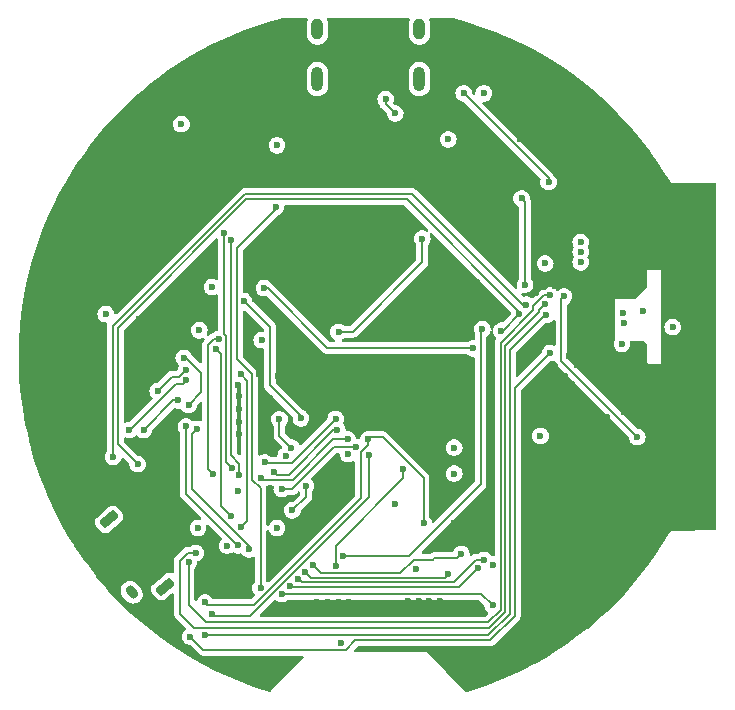
<source format=gbr>
%TF.GenerationSoftware,KiCad,Pcbnew,8.0.1*%
%TF.CreationDate,2024-07-20T14:05:52-04:00*%
%TF.ProjectId,esp32s3,65737033-3273-4332-9e6b-696361645f70,rev?*%
%TF.SameCoordinates,Original*%
%TF.FileFunction,Copper,L4,Bot*%
%TF.FilePolarity,Positive*%
%FSLAX46Y46*%
G04 Gerber Fmt 4.6, Leading zero omitted, Abs format (unit mm)*
G04 Created by KiCad (PCBNEW 8.0.1) date 2024-07-20 14:05:52*
%MOMM*%
%LPD*%
G01*
G04 APERTURE LIST*
G04 Aperture macros list*
%AMRoundRect*
0 Rectangle with rounded corners*
0 $1 Rounding radius*
0 $2 $3 $4 $5 $6 $7 $8 $9 X,Y pos of 4 corners*
0 Add a 4 corners polygon primitive as box body*
4,1,4,$2,$3,$4,$5,$6,$7,$8,$9,$2,$3,0*
0 Add four circle primitives for the rounded corners*
1,1,$1+$1,$2,$3*
1,1,$1+$1,$4,$5*
1,1,$1+$1,$6,$7*
1,1,$1+$1,$8,$9*
0 Add four rect primitives between the rounded corners*
20,1,$1+$1,$2,$3,$4,$5,0*
20,1,$1+$1,$4,$5,$6,$7,0*
20,1,$1+$1,$6,$7,$8,$9,0*
20,1,$1+$1,$8,$9,$2,$3,0*%
%AMHorizOval*
0 Thick line with rounded ends*
0 $1 width*
0 $2 $3 position (X,Y) of the first rounded end (center of the circle)*
0 $4 $5 position (X,Y) of the second rounded end (center of the circle)*
0 Add line between two ends*
20,1,$1,$2,$3,$4,$5,0*
0 Add two circle primitives to create the rounded ends*
1,1,$1,$2,$3*
1,1,$1,$4,$5*%
G04 Aperture macros list end*
%TA.AperFunction,ComponentPad*%
%ADD10HorizOval,0.800000X0.128558X-0.153209X-0.128558X0.153209X0*%
%TD*%
%TA.AperFunction,ComponentPad*%
%ADD11RoundRect,0.131234X-0.685064X-0.223988X-0.339545X-0.635761X0.685064X0.223988X0.339545X0.635761X0*%
%TD*%
%TA.AperFunction,ComponentPad*%
%ADD12O,1.000000X2.100000*%
%TD*%
%TA.AperFunction,ComponentPad*%
%ADD13O,1.000000X1.800000*%
%TD*%
%TA.AperFunction,ViaPad*%
%ADD14C,0.600000*%
%TD*%
%TA.AperFunction,Conductor*%
%ADD15C,0.200000*%
%TD*%
G04 APERTURE END LIST*
D10*
%TO.P,SW1,1,1*%
%TO.N,GND*%
X107100000Y-88500000D03*
%TO.P,SW1,2,2*%
%TO.N,GP0*%
X109986117Y-91939540D03*
D11*
%TO.P,SW1,3*%
%TO.N,N/C*%
X112832038Y-91457424D03*
%TO.P,SW1,4*%
X108068981Y-85781036D03*
%TD*%
D12*
%TO.P,J1,S1,SHIELD*%
%TO.N,unconnected-(J1-SHIELD-PadS1)_1*%
X134345000Y-48490000D03*
D13*
%TO.N,unconnected-(J1-SHIELD-PadS1)_2*%
X134345000Y-44290000D03*
D12*
%TO.N,unconnected-(J1-SHIELD-PadS1)_0*%
X125705000Y-48490000D03*
D13*
%TO.N,unconnected-(J1-SHIELD-PadS1)*%
X125705000Y-44290000D03*
%TD*%
D14*
%TO.N,GPS_ON*%
X120900000Y-91600000D03*
X122200000Y-59300000D03*
%TO.N,+3V3*%
X134100000Y-90000000D03*
X151500000Y-70900000D03*
X123026085Y-80373915D03*
X148000000Y-63100000D03*
X139800000Y-49700000D03*
X140600000Y-89600000D03*
X137300000Y-81900000D03*
X144600000Y-78700000D03*
X122300000Y-86500000D03*
X132300000Y-84500000D03*
X128300971Y-80252441D03*
X148000000Y-62300000D03*
X115720000Y-69760000D03*
X122300000Y-54100000D03*
X137300000Y-79700000D03*
X118100000Y-88000000D03*
X121000000Y-70600000D03*
X136800000Y-53600000D03*
X114200000Y-52300000D03*
X148000000Y-64000000D03*
X107800000Y-68400000D03*
X115600000Y-86500000D03*
X119000000Y-83400000D03*
X145000000Y-64100000D03*
X116800000Y-66100000D03*
%TO.N,GPS_TXD*%
X118400000Y-62100000D03*
X119100000Y-82000000D03*
%TO.N,GPS_RXD*%
X118500000Y-81400000D03*
X117800000Y-61500000D03*
%TO.N,XTAL_N*%
X124750000Y-82909998D03*
X123600000Y-85000000D03*
%TO.N,VCC*%
X138100000Y-49700000D03*
X145281149Y-57210103D03*
%TO.N,Net-(J1-CC1)*%
X131500000Y-50200000D03*
X132300000Y-51400000D03*
%TO.N,Net-(U6-XTB)*%
X151600000Y-68300000D03*
X153300000Y-68100000D03*
%TO.N,Net-(U6-XTA)*%
X155800000Y-69500000D03*
X151700000Y-69141158D03*
%TO.N,ANT_SW_CTRL*%
X146600000Y-66900000D03*
X152800000Y-78800000D03*
%TO.N,LCD_RST*%
X116800000Y-93800000D03*
X130050000Y-80300000D03*
%TO.N,LoRa_BUSY*%
X115400000Y-88600000D03*
X144974265Y-67574265D03*
%TO.N,LoRa_NSS*%
X145400000Y-71700000D03*
X114968081Y-95700000D03*
%TO.N,INT_MAG*%
X122701302Y-92101302D03*
X140550000Y-93050000D03*
%TO.N,SCK*%
X138900000Y-71300000D03*
X117400000Y-70500000D03*
X121200000Y-66200000D03*
X116900000Y-81900000D03*
%TO.N,XL_INT1*%
X124100000Y-90800000D03*
X139800000Y-89200000D03*
%TO.N,LCD_CS*%
X134700000Y-86100000D03*
X130000000Y-79000000D03*
X116200000Y-92800000D03*
%TO.N,LCD_HSYNC*%
X127262500Y-77262500D03*
X121250000Y-80950000D03*
%TO.N,Net-(J5-Pin_12)*%
X122700000Y-83200000D03*
X128976515Y-79676429D03*
%TO.N,LoRa_RST*%
X116200000Y-95600000D03*
X145103260Y-68452940D03*
%TO.N,GP0*%
X123500000Y-79700000D03*
X122500000Y-77300000D03*
%TO.N,LCD_VSYNC*%
X122074925Y-81753431D03*
X127400000Y-78200000D03*
%TO.N,LoRa_DIO1*%
X114800000Y-89400000D03*
X145400000Y-66800000D03*
%TO.N,CHIP_PU*%
X124312500Y-77212500D03*
X119500000Y-67300000D03*
%TO.N,XL_INT0*%
X123401302Y-91401302D03*
X139300000Y-89900000D03*
%TO.N,Net-(J5-Pin_2)*%
X133000000Y-81500000D03*
X127300000Y-89700000D03*
%TO.N,LCD_DE*%
X128300000Y-79000000D03*
X120900000Y-82300000D03*
%TO.N,BAT_V*%
X127500000Y-69900000D03*
X134600000Y-62000000D03*
%TO.N,SDA*%
X114575000Y-77900000D03*
X137900000Y-88700000D03*
X125300000Y-89600000D03*
X119025735Y-87974265D03*
%TO.N,SCL*%
X124700000Y-90200000D03*
X136800000Y-90400000D03*
X119900000Y-88300000D03*
X115500000Y-78100000D03*
%TO.N,MISO*%
X143400000Y-67600000D03*
X108424265Y-80475735D03*
%TO.N,GPIO_INT*%
X119218611Y-73481389D03*
X119250000Y-86450000D03*
%TO.N,MOSI*%
X142792433Y-68407567D03*
X110500000Y-81100000D03*
X141300000Y-69800000D03*
%TO.N,SPI_IO1*%
X111000000Y-78200000D03*
X113900000Y-75700000D03*
%TO.N,SPI_IO2*%
X112200000Y-74900000D03*
X114600000Y-73100000D03*
%TO.N,SPI_IO0*%
X114800000Y-76100000D03*
X114400000Y-72100000D03*
%TO.N,SPI_CS0*%
X114600000Y-74000000D03*
X109800000Y-78200000D03*
%TO.N,GPIO_RST*%
X117150000Y-71350000D03*
X118400000Y-85500000D03*
%TO.N,CHG_STAT*%
X143000000Y-58600000D03*
X127900000Y-88900000D03*
X139675735Y-69675735D03*
X143300000Y-65900000D03*
%TO.N,GND*%
X120650000Y-63950000D03*
X152600000Y-77000000D03*
X111500000Y-83100000D03*
X122400000Y-76300000D03*
X118100000Y-90800000D03*
X145900000Y-75000000D03*
X146500000Y-82400000D03*
X144400000Y-76650000D03*
X121700000Y-45100000D03*
X143600000Y-91500000D03*
X109500000Y-63900000D03*
X124000000Y-60500000D03*
X103100000Y-67400000D03*
X142100000Y-63600000D03*
X112850000Y-55800000D03*
X152400000Y-62100000D03*
X122050000Y-64650000D03*
X126000000Y-77200000D03*
X151800000Y-75600000D03*
X110100000Y-51700000D03*
X126700000Y-60500000D03*
X142100000Y-62700000D03*
X152800000Y-86800000D03*
X138000000Y-56900000D03*
X155000000Y-72900000D03*
X117300000Y-91600000D03*
X120800000Y-45100000D03*
X152800000Y-76000000D03*
X141400000Y-61400000D03*
X144300000Y-91000000D03*
X144900000Y-66100000D03*
X141400000Y-63200000D03*
X137100000Y-56900000D03*
X149900000Y-61100000D03*
X104500000Y-68100000D03*
X122600000Y-84500000D03*
X110600000Y-74100000D03*
X147100000Y-81000000D03*
X123900000Y-48300000D03*
X147900000Y-71800000D03*
X152800000Y-85900000D03*
X110600000Y-75900000D03*
X147600000Y-76800000D03*
X149900000Y-82500000D03*
X149700000Y-68800000D03*
X124900000Y-60500000D03*
X132700000Y-53600000D03*
X110600000Y-75000000D03*
X145800000Y-84000000D03*
X104000000Y-67400000D03*
X138750000Y-80650000D03*
X152000000Y-87200000D03*
X133100000Y-52900000D03*
X145100000Y-83600000D03*
X138200000Y-86100000D03*
X143600000Y-90600000D03*
X116800000Y-64050000D03*
X128900000Y-93500000D03*
X138750000Y-78850000D03*
X134800000Y-93400000D03*
X117350000Y-52900000D03*
X149400000Y-62400000D03*
X136100000Y-92700000D03*
X117300000Y-90000000D03*
X109900000Y-75500000D03*
X155200000Y-71200000D03*
X115500000Y-58700000D03*
X147800000Y-58750000D03*
X124800000Y-71600000D03*
X128400000Y-92800000D03*
X138700000Y-86800000D03*
X145500000Y-76700000D03*
X148100000Y-83200000D03*
X116650000Y-53400000D03*
X123900000Y-49200000D03*
X151400000Y-80800000D03*
X120900000Y-77400000D03*
X153300000Y-62300000D03*
X146700000Y-73600000D03*
X121700000Y-75500000D03*
X148800000Y-68000000D03*
X131800000Y-63500000D03*
X127500000Y-92800000D03*
X103900000Y-76600000D03*
X121800000Y-78500000D03*
X108600000Y-63900000D03*
X147274997Y-82900000D03*
X125300000Y-59800000D03*
X153200000Y-72300000D03*
X123100000Y-45800000D03*
X140500000Y-86800000D03*
X127400000Y-56600000D03*
X147300000Y-88100000D03*
X120900000Y-75800000D03*
X114800000Y-58300000D03*
X147800000Y-80600000D03*
X135700000Y-93400000D03*
X137750000Y-72500000D03*
X146800000Y-76700000D03*
X144400000Y-75750000D03*
X114800000Y-60100000D03*
X113800000Y-69500000D03*
X139200000Y-66700000D03*
X104800000Y-76600000D03*
X153000000Y-81000000D03*
X152400000Y-80400000D03*
X151500000Y-81900000D03*
X156600000Y-67300000D03*
X141400000Y-62300000D03*
X144400000Y-74850000D03*
X152000000Y-86300000D03*
X125700000Y-92800000D03*
X135400000Y-53600000D03*
X142850000Y-53550000D03*
X148900000Y-78200000D03*
X150700000Y-81700000D03*
X154300000Y-64200000D03*
X145100000Y-84500000D03*
X113550000Y-55300000D03*
X112400000Y-83100000D03*
X149700000Y-68000000D03*
X143600000Y-93300000D03*
X113500000Y-77100000D03*
X114700000Y-48600000D03*
X142100000Y-61800000D03*
X146100000Y-65200000D03*
X138750000Y-81550000D03*
X132200000Y-52900000D03*
X152700000Y-83100000D03*
X145600000Y-81400000D03*
X109900000Y-74600000D03*
X153700000Y-75800000D03*
X147000000Y-71900000D03*
X113500000Y-78000000D03*
X110600000Y-68800000D03*
X121000000Y-74800000D03*
X142950000Y-57150000D03*
X153500000Y-82600000D03*
X153400000Y-64300000D03*
X110000000Y-64600000D03*
X151600000Y-61900000D03*
X108500000Y-60800000D03*
X150200000Y-84100000D03*
X112850000Y-54900000D03*
X147900000Y-69600000D03*
X114800000Y-59200000D03*
X115500000Y-56900000D03*
X112900000Y-69500000D03*
X133600000Y-53600000D03*
X137750000Y-75200000D03*
X136600000Y-56200000D03*
X146400000Y-81400000D03*
X145150000Y-65150000D03*
X148800000Y-68800000D03*
X137800000Y-86800000D03*
X150800000Y-61300000D03*
X156200000Y-68200000D03*
X151900000Y-66800000D03*
X150600000Y-80800000D03*
X110800000Y-51200000D03*
X119100000Y-75300000D03*
X138500000Y-66300000D03*
X154200000Y-62500000D03*
X137750000Y-73400000D03*
X147900000Y-82300000D03*
X145800000Y-85800000D03*
X123200000Y-48800000D03*
X145100000Y-85400000D03*
X145100000Y-73200000D03*
X145800000Y-84900000D03*
X147300000Y-84200000D03*
X123200000Y-49700000D03*
X119100000Y-76400000D03*
X153500000Y-63400000D03*
X152000000Y-84500000D03*
X126600000Y-92800000D03*
X137500000Y-56200000D03*
X106200000Y-77300000D03*
X128600000Y-62800000D03*
X117350000Y-52000000D03*
X128000000Y-93500000D03*
X114800000Y-57400000D03*
X134000000Y-52900000D03*
X147300000Y-77700000D03*
X115500000Y-57800000D03*
X153500000Y-84400000D03*
X127700000Y-96200000D03*
X134500000Y-53600000D03*
X138750000Y-79750000D03*
X149700000Y-69600000D03*
X106200000Y-60100000D03*
X143550000Y-53050000D03*
X121150000Y-64650000D03*
X147500000Y-61300000D03*
X146600000Y-63600000D03*
X146200000Y-77400000D03*
X150200000Y-77100000D03*
X116800000Y-64950000D03*
X155900000Y-70600000D03*
X149100000Y-61500000D03*
X119100000Y-78500000D03*
X153900000Y-72900000D03*
X152300000Y-65000000D03*
X134900000Y-52900000D03*
X129100000Y-63500000D03*
X146000000Y-80700000D03*
X150700000Y-82600000D03*
X110400000Y-63900000D03*
X145300000Y-75800000D03*
X147300000Y-76000000D03*
X153300000Y-77800000D03*
X130000000Y-63500000D03*
X126200000Y-93500000D03*
X152000000Y-82700000D03*
X111500000Y-68800000D03*
X152700000Y-82200000D03*
X136200000Y-56900000D03*
X105300000Y-77300000D03*
X133400000Y-92700000D03*
X154400000Y-73600000D03*
X111800000Y-64600000D03*
X145100000Y-86300000D03*
X152000000Y-83600000D03*
X153200000Y-65500000D03*
X122400000Y-73600000D03*
X144600000Y-73900000D03*
X143550000Y-52150000D03*
X145000000Y-80800000D03*
X147100000Y-59250000D03*
X153800000Y-79300000D03*
X148800000Y-69600000D03*
X155900000Y-65900000D03*
X147500000Y-78700000D03*
X145800000Y-66000000D03*
X155500000Y-63600000D03*
X156000000Y-64900000D03*
X141400000Y-64100000D03*
X144250000Y-65400000D03*
X114000000Y-50000000D03*
X129500000Y-62800000D03*
X104400000Y-77300000D03*
X145200000Y-77500000D03*
X113550000Y-54400000D03*
X147100000Y-81800000D03*
X145800000Y-86700000D03*
X145600000Y-82200000D03*
X157100000Y-68700000D03*
X155500000Y-73600000D03*
X149800000Y-80800000D03*
X156000000Y-72800000D03*
X111300000Y-63900000D03*
X155100000Y-65300000D03*
X144300000Y-92800000D03*
X152600000Y-64000000D03*
X153400000Y-80200000D03*
X126200000Y-72300000D03*
X126200000Y-59800000D03*
X122200000Y-45800000D03*
X118900000Y-91600000D03*
X145200000Y-70700000D03*
X120900000Y-78500000D03*
X105700000Y-76600000D03*
X144200000Y-66600000D03*
X140000000Y-86100000D03*
X153300000Y-71400000D03*
X142100000Y-60900000D03*
X112400000Y-68800000D03*
X146300000Y-64400000D03*
X153500000Y-81700000D03*
X153900000Y-78400000D03*
X145800000Y-83100000D03*
X142100000Y-49150000D03*
X154500000Y-76300000D03*
X152100000Y-81300000D03*
X147300000Y-74300000D03*
X156700000Y-66300000D03*
X155100000Y-64400000D03*
X107600000Y-60800000D03*
X146100000Y-76100000D03*
X126700000Y-55300000D03*
X110600000Y-83100000D03*
X145800000Y-87600000D03*
X120800000Y-73500000D03*
X119100000Y-77500000D03*
X155400000Y-72100000D03*
X150100000Y-64900000D03*
X112000000Y-83800000D03*
X149900000Y-81700000D03*
X156900000Y-69700000D03*
X153500000Y-76600000D03*
X147700000Y-72700000D03*
X121300000Y-45800000D03*
X153500000Y-83500000D03*
X150600000Y-83400000D03*
X154500000Y-75400000D03*
X125800000Y-60500000D03*
X111100000Y-83800000D03*
X145800000Y-72800000D03*
X150800000Y-62400000D03*
X127500000Y-81800000D03*
X144300000Y-91900000D03*
X139200000Y-68500000D03*
X152700000Y-84900000D03*
X136600000Y-93400000D03*
X157400000Y-67800000D03*
X143400000Y-71300000D03*
X138500000Y-68100000D03*
X109700000Y-83100000D03*
X151200000Y-74500000D03*
X125700000Y-71600000D03*
X144300000Y-90100000D03*
X106600000Y-76600000D03*
X122600000Y-45100000D03*
X112000000Y-69500000D03*
X139200000Y-67600000D03*
X102200000Y-67400000D03*
X137750000Y-74300000D03*
X123500000Y-45100000D03*
X152500000Y-66200000D03*
X110800000Y-52100000D03*
X124000000Y-45800000D03*
X130400000Y-62800000D03*
X146600000Y-75400000D03*
X118900000Y-90000000D03*
X144700000Y-58000000D03*
X152600000Y-62900000D03*
X124400000Y-72300000D03*
X141400000Y-49650000D03*
X151700000Y-76700000D03*
X148400000Y-61100000D03*
X149800000Y-83300000D03*
X108000000Y-60100000D03*
X127100000Y-93500000D03*
X152700000Y-84000000D03*
X155000000Y-74500000D03*
X146700000Y-62700000D03*
X150600000Y-77800000D03*
X147800000Y-81400000D03*
X121500000Y-76600000D03*
X156300000Y-64100000D03*
X110900000Y-64600000D03*
X154500000Y-63400000D03*
X138500000Y-69000000D03*
X137300000Y-86100000D03*
X127400000Y-55700000D03*
X156200000Y-71500000D03*
X121900000Y-89200000D03*
X110100000Y-52600000D03*
X155900000Y-66900000D03*
X144900000Y-79800000D03*
X124400000Y-59800000D03*
X139200000Y-65700000D03*
X146500000Y-74400000D03*
X110200000Y-83800000D03*
X150600000Y-75400000D03*
X147400000Y-75100000D03*
X109100000Y-64600000D03*
X138400000Y-56200000D03*
X150700000Y-73800000D03*
X139100000Y-86100000D03*
X144400000Y-77450000D03*
X114700000Y-49500000D03*
X146900000Y-61900000D03*
X147100000Y-60150000D03*
X145300000Y-74400000D03*
X111100000Y-69500000D03*
X114000000Y-49100000D03*
X147800000Y-59650000D03*
X135200000Y-92700000D03*
X142850000Y-52650000D03*
X106700000Y-60800000D03*
X127400000Y-54800000D03*
X155200000Y-66300000D03*
X115500000Y-59600000D03*
X125300000Y-72300000D03*
X103600000Y-68100000D03*
X150100000Y-62000000D03*
X107100000Y-77300000D03*
X143300000Y-72300000D03*
X147900000Y-68000000D03*
X130900000Y-63500000D03*
X156800000Y-70500000D03*
X116650000Y-52500000D03*
X147900000Y-68800000D03*
X138500000Y-67200000D03*
X123500000Y-59800000D03*
X144300000Y-71700000D03*
X145900000Y-73800000D03*
X135700000Y-56200000D03*
X131300000Y-62800000D03*
X144100000Y-70800000D03*
X134300000Y-92700000D03*
X154100000Y-74500000D03*
X133900000Y-93400000D03*
X139600000Y-86800000D03*
X154200000Y-77300000D03*
X126700000Y-56200000D03*
X113300000Y-68800000D03*
X109900000Y-76400000D03*
X107100000Y-60100000D03*
X119000000Y-74400000D03*
X102700000Y-68100000D03*
X143600000Y-92400000D03*
X121550000Y-63950000D03*
X150600000Y-88200000D03*
X112900000Y-83800000D03*
X152000000Y-85400000D03*
%TD*%
D15*
%TO.N,GPS_ON*%
X120200000Y-82448529D02*
X120900000Y-83148529D01*
X122200000Y-59300000D02*
X122200000Y-59467463D01*
X120200000Y-73500000D02*
X120200000Y-82448529D01*
X120900000Y-83148529D02*
X120900000Y-91600000D01*
X118900000Y-62767463D02*
X118900000Y-72200000D01*
X118900000Y-72200000D02*
X120200000Y-73500000D01*
X122200000Y-59467463D02*
X118900000Y-62767463D01*
%TO.N,GPS_TXD*%
X118400000Y-80357537D02*
X119100000Y-81057537D01*
X119100000Y-81057537D02*
X119100000Y-82000000D01*
X118400000Y-62100000D02*
X118400000Y-80357537D01*
%TO.N,GPS_RXD*%
X118000000Y-70251471D02*
X118000000Y-80900000D01*
X117800000Y-61500000D02*
X117800000Y-70051471D01*
X118000000Y-80900000D02*
X118500000Y-81400000D01*
X117800000Y-70051471D02*
X118000000Y-70251471D01*
%TO.N,XTAL_N*%
X124750000Y-82909998D02*
X124750000Y-83850000D01*
X124750000Y-83850000D02*
X123600000Y-85000000D01*
%TO.N,VCC*%
X145281149Y-56881149D02*
X138100000Y-49700000D01*
X145281149Y-57210103D02*
X145281149Y-56881149D01*
%TO.N,Net-(J1-CC1)*%
X131500000Y-50600000D02*
X132300000Y-51400000D01*
X131500000Y-50200000D02*
X131500000Y-50600000D01*
%TO.N,ANT_SW_CTRL*%
X146375000Y-67125000D02*
X146375000Y-72375000D01*
X146375000Y-72375000D02*
X152800000Y-78800000D01*
X146600000Y-66900000D02*
X146375000Y-67125000D01*
%TO.N,LCD_RST*%
X120029075Y-93925000D02*
X116925000Y-93925000D01*
X116925000Y-93925000D02*
X116800000Y-93800000D01*
X130050000Y-80300000D02*
X130050000Y-83904075D01*
X130050000Y-83904075D02*
X120029075Y-93925000D01*
%TO.N,LoRa_BUSY*%
X141625000Y-93583149D02*
X140233149Y-94975000D01*
X144503260Y-68219963D02*
X141625000Y-71098223D01*
X114751471Y-88600000D02*
X115400000Y-88600000D01*
X144974265Y-67574265D02*
X144503260Y-68045270D01*
X144503260Y-68045270D02*
X144503260Y-68219963D01*
X114075000Y-93775000D02*
X114075000Y-89276471D01*
X114075000Y-89276471D02*
X114751471Y-88600000D01*
X141625000Y-71098223D02*
X141625000Y-93583149D01*
X140233149Y-94975000D02*
X115275000Y-94975000D01*
X115275000Y-94975000D02*
X114075000Y-93775000D01*
%TO.N,LoRa_NSS*%
X114968081Y-95700000D02*
X116068081Y-96800000D01*
X140339520Y-96000000D02*
X142425000Y-93914520D01*
X142425000Y-74675000D02*
X145400000Y-71700000D01*
X128900000Y-96000000D02*
X140339520Y-96000000D01*
X128100000Y-96800000D02*
X128900000Y-96000000D01*
X142425000Y-93914520D02*
X142425000Y-74675000D01*
X116068081Y-96800000D02*
X128100000Y-96800000D01*
%TO.N,INT_MAG*%
X140550000Y-93050000D02*
X139600000Y-92100000D01*
X122702604Y-92100000D02*
X122701302Y-92101302D01*
X139600000Y-92100000D02*
X122702604Y-92100000D01*
%TO.N,SCK*%
X138843127Y-71243127D02*
X126543127Y-71243127D01*
X126543127Y-71243127D02*
X121500000Y-66200000D01*
X116475000Y-81475000D02*
X116475000Y-70982537D01*
X116900000Y-81900000D02*
X116475000Y-81475000D01*
X116957537Y-70500000D02*
X117400000Y-70500000D01*
X116475000Y-70982537D02*
X116957537Y-70500000D01*
X121500000Y-66200000D02*
X121200000Y-66200000D01*
X138900000Y-71300000D02*
X138843127Y-71243127D01*
%TO.N,XL_INT1*%
X137251471Y-91100000D02*
X124400000Y-91100000D01*
X139151471Y-89200000D02*
X137251471Y-91100000D01*
X124400000Y-91100000D02*
X124100000Y-90800000D01*
X139800000Y-89200000D02*
X139151471Y-89200000D01*
%TO.N,LCD_CS*%
X129400000Y-80101471D02*
X130000000Y-79501471D01*
X134700000Y-82257537D02*
X131242463Y-78800000D01*
X130000000Y-79501471D02*
X130000000Y-79000000D01*
X120371232Y-93000000D02*
X129400000Y-83971232D01*
X131242463Y-78800000D02*
X130200000Y-78800000D01*
X116200000Y-92800000D02*
X116400000Y-93000000D01*
X129400000Y-83971232D02*
X129400000Y-80101471D01*
X134700000Y-86100000D02*
X134700000Y-82257537D01*
X130200000Y-78800000D02*
X130000000Y-79000000D01*
X116400000Y-93000000D02*
X120371232Y-93000000D01*
%TO.N,LCD_HSYNC*%
X121250000Y-80950000D02*
X121300000Y-81000000D01*
X121300000Y-81000000D02*
X123525000Y-81000000D01*
X123525000Y-81000000D02*
X127262500Y-77262500D01*
%TO.N,Net-(J5-Pin_12)*%
X122700000Y-83200000D02*
X123552390Y-83200000D01*
X123552390Y-83200000D02*
X127099949Y-79652441D01*
X128952527Y-79652441D02*
X128976515Y-79676429D01*
X127099949Y-79652441D02*
X128952527Y-79652441D01*
%TO.N,LoRa_RST*%
X142025000Y-93748835D02*
X140173835Y-95600000D01*
X144964321Y-68452940D02*
X142025000Y-71392261D01*
X140173835Y-95600000D02*
X116200000Y-95600000D01*
X142025000Y-71392261D02*
X142025000Y-93748835D01*
X145103260Y-68452940D02*
X144964321Y-68452940D01*
%TO.N,GP0*%
X122500000Y-78700000D02*
X123500000Y-79700000D01*
X122500000Y-77300000D02*
X122500000Y-78700000D01*
%TO.N,LCD_VSYNC*%
X122074925Y-81753431D02*
X122321494Y-82000000D01*
X127067464Y-78200000D02*
X127400000Y-78200000D01*
X122321494Y-82000000D02*
X123267464Y-82000000D01*
X123267464Y-82000000D02*
X127067464Y-78200000D01*
%TO.N,LoRa_DIO1*%
X144900000Y-66800000D02*
X144000000Y-67700000D01*
X116300000Y-94500000D02*
X114800000Y-93000000D01*
X140142463Y-94500000D02*
X116300000Y-94500000D01*
X114800000Y-93000000D02*
X114800000Y-89400000D01*
X145400000Y-66800000D02*
X144900000Y-66800000D01*
X144000000Y-67700000D02*
X144000000Y-68048529D01*
X144000000Y-68048529D02*
X141225000Y-70823529D01*
X141225000Y-93417463D02*
X140142463Y-94500000D01*
X141225000Y-70823529D02*
X141225000Y-93417463D01*
%TO.N,CHIP_PU*%
X124312500Y-77212500D02*
X124312500Y-77037500D01*
X121700000Y-74425000D02*
X121700000Y-69500000D01*
X124312500Y-77037500D02*
X121700000Y-74425000D01*
X121700000Y-69500000D02*
X119500000Y-67300000D01*
%TO.N,XL_INT0*%
X123500000Y-91500000D02*
X123401302Y-91401302D01*
X139300000Y-89900000D02*
X137700000Y-91500000D01*
X123270323Y-91451040D02*
X123320061Y-91401302D01*
X137700000Y-91500000D02*
X123500000Y-91500000D01*
X123320061Y-91401302D02*
X123401302Y-91401302D01*
%TO.N,Net-(J5-Pin_2)*%
X127300000Y-89700000D02*
X127300000Y-88000000D01*
X133000000Y-82300000D02*
X133000000Y-81500000D01*
X127300000Y-88000000D02*
X133000000Y-82300000D01*
%TO.N,LCD_DE*%
X121000000Y-82400000D02*
X123609928Y-82400000D01*
X123609928Y-82400000D02*
X127009928Y-79000000D01*
X127009928Y-79000000D02*
X128300000Y-79000000D01*
X120900000Y-82300000D02*
X121000000Y-82400000D01*
%TO.N,BAT_V*%
X128700000Y-69900000D02*
X127500000Y-69900000D01*
X134600000Y-62000000D02*
X134600000Y-64000000D01*
X134600000Y-64000000D02*
X128700000Y-69900000D01*
%TO.N,SDA*%
X118939967Y-87974265D02*
X114575000Y-83609298D01*
X132726471Y-90300000D02*
X133851471Y-89175000D01*
X135500000Y-89175000D02*
X135507537Y-89175000D01*
X114575000Y-83609298D02*
X114575000Y-77900000D01*
X125300000Y-89600000D02*
X126000000Y-90300000D01*
X135617463Y-89057537D02*
X135500000Y-89175000D01*
X133851471Y-89175000D02*
X135500000Y-89175000D01*
X119025735Y-87974265D02*
X118939967Y-87974265D01*
X137542463Y-89057537D02*
X135617463Y-89057537D01*
X126000000Y-90300000D02*
X132726471Y-90300000D01*
X137900000Y-88700000D02*
X137542463Y-89057537D01*
%TO.N,SCL*%
X136800000Y-90400000D02*
X136500000Y-90700000D01*
X119900000Y-88300000D02*
X119900000Y-88000000D01*
X115100000Y-78500000D02*
X115500000Y-78100000D01*
X136500000Y-90700000D02*
X125200000Y-90700000D01*
X119900000Y-88000000D02*
X115100000Y-83200000D01*
X115100000Y-83200000D02*
X115100000Y-78500000D01*
X125200000Y-90700000D02*
X124700000Y-90200000D01*
%TO.N,MISO*%
X108424265Y-80475735D02*
X108424265Y-69375735D01*
X108424265Y-69375735D02*
X119600000Y-58200000D01*
X143100000Y-67600000D02*
X143400000Y-67600000D01*
X119600000Y-58200000D02*
X133700000Y-58200000D01*
X133700000Y-58200000D02*
X143100000Y-67600000D01*
%TO.N,GPIO_INT*%
X119750000Y-85950000D02*
X119750000Y-74012778D01*
X119750000Y-74012778D02*
X119218611Y-73481389D01*
X119250000Y-86450000D02*
X119750000Y-85950000D01*
%TO.N,MOSI*%
X119690686Y-58675000D02*
X108824265Y-69541421D01*
X108824265Y-79424265D02*
X110500000Y-81100000D01*
X133287500Y-58687500D02*
X142792433Y-68192433D01*
X141400000Y-69800000D02*
X141300000Y-69800000D01*
X133287500Y-58687500D02*
X133275000Y-58675000D01*
X133275000Y-58675000D02*
X119690686Y-58675000D01*
X108824265Y-69541421D02*
X108824265Y-79424265D01*
X142792433Y-68407567D02*
X141400000Y-69800000D01*
X142792433Y-68192433D02*
X142792433Y-68407567D01*
%TO.N,SPI_IO1*%
X113500000Y-75700000D02*
X111000000Y-78200000D01*
X113900000Y-75700000D02*
X113500000Y-75700000D01*
%TO.N,SPI_IO2*%
X114000000Y-73700000D02*
X113400000Y-73700000D01*
X114600000Y-73100000D02*
X114000000Y-73700000D01*
X113400000Y-73700000D02*
X112200000Y-74900000D01*
%TO.N,SPI_IO0*%
X114800000Y-76100000D02*
X115875021Y-75024979D01*
X114622413Y-72100000D02*
X114400000Y-72100000D01*
X115875021Y-73352608D02*
X114622413Y-72100000D01*
X115875021Y-75024979D02*
X115875021Y-73352608D01*
%TO.N,SPI_CS0*%
X114300000Y-74300000D02*
X113742463Y-74300000D01*
X114600000Y-74000000D02*
X114300000Y-74300000D01*
X113742463Y-74300000D02*
X109842463Y-78200000D01*
X109842463Y-78200000D02*
X109800000Y-78200000D01*
%TO.N,GPIO_RST*%
X117575000Y-84675000D02*
X117575000Y-71775000D01*
X117575000Y-71775000D02*
X117150000Y-71350000D01*
X118400000Y-85500000D02*
X117575000Y-84675000D01*
%TO.N,CHG_STAT*%
X139527400Y-82815063D02*
X133442463Y-88900000D01*
X139527400Y-69824070D02*
X139527400Y-82815063D01*
X139675735Y-69675735D02*
X139527400Y-69824070D01*
X143300000Y-58900000D02*
X143300000Y-65900000D01*
X143000000Y-58600000D02*
X143300000Y-58900000D01*
X133442463Y-88900000D02*
X127900000Y-88900000D01*
%TD*%
%TA.AperFunction,Conductor*%
%TO.N,GND*%
G36*
X124855944Y-43320185D02*
G01*
X124901699Y-43372989D01*
X124911643Y-43442147D01*
X124903466Y-43471952D01*
X124839106Y-43627332D01*
X124839103Y-43627341D01*
X124804500Y-43801304D01*
X124804500Y-44778695D01*
X124839103Y-44952658D01*
X124839106Y-44952667D01*
X124906983Y-45116540D01*
X124906990Y-45116553D01*
X125005535Y-45264034D01*
X125005538Y-45264038D01*
X125130961Y-45389461D01*
X125130965Y-45389464D01*
X125278446Y-45488009D01*
X125278459Y-45488016D01*
X125372970Y-45527163D01*
X125442334Y-45555894D01*
X125442336Y-45555894D01*
X125442341Y-45555896D01*
X125616304Y-45590499D01*
X125616307Y-45590500D01*
X125616309Y-45590500D01*
X125793693Y-45590500D01*
X125793694Y-45590499D01*
X125851682Y-45578964D01*
X125967658Y-45555896D01*
X125967661Y-45555894D01*
X125967666Y-45555894D01*
X126131547Y-45488013D01*
X126279035Y-45389464D01*
X126404464Y-45264035D01*
X126503013Y-45116547D01*
X126570894Y-44952666D01*
X126605500Y-44778691D01*
X126605500Y-43801309D01*
X126605500Y-43801306D01*
X126605499Y-43801304D01*
X126570896Y-43627341D01*
X126570893Y-43627332D01*
X126506534Y-43471952D01*
X126499065Y-43402482D01*
X126530341Y-43340003D01*
X126590430Y-43304352D01*
X126621095Y-43300500D01*
X129998961Y-43300500D01*
X129999577Y-43300502D01*
X133422476Y-43317517D01*
X133489414Y-43337534D01*
X133534906Y-43390565D01*
X133544506Y-43459772D01*
X133536419Y-43488966D01*
X133479106Y-43627334D01*
X133479105Y-43627338D01*
X133479104Y-43627341D01*
X133479103Y-43627341D01*
X133444500Y-43801304D01*
X133444500Y-44778695D01*
X133479103Y-44952658D01*
X133479106Y-44952667D01*
X133546983Y-45116540D01*
X133546990Y-45116553D01*
X133645535Y-45264034D01*
X133645538Y-45264038D01*
X133770961Y-45389461D01*
X133770965Y-45389464D01*
X133918446Y-45488009D01*
X133918459Y-45488016D01*
X134012970Y-45527163D01*
X134082334Y-45555894D01*
X134082336Y-45555894D01*
X134082341Y-45555896D01*
X134256304Y-45590499D01*
X134256307Y-45590500D01*
X134256309Y-45590500D01*
X134433693Y-45590500D01*
X134433694Y-45590499D01*
X134491682Y-45578964D01*
X134607658Y-45555896D01*
X134607661Y-45555894D01*
X134607666Y-45555894D01*
X134771547Y-45488013D01*
X134919035Y-45389464D01*
X135044464Y-45264035D01*
X135143013Y-45116547D01*
X135210894Y-44952666D01*
X135245500Y-44778691D01*
X135245500Y-43801309D01*
X135245500Y-43801306D01*
X135245499Y-43801304D01*
X135210896Y-43627341D01*
X135210893Y-43627332D01*
X135157391Y-43498165D01*
X135149922Y-43428696D01*
X135181197Y-43366217D01*
X135241287Y-43330565D01*
X135272560Y-43326715D01*
X137135218Y-43335975D01*
X137166560Y-43340164D01*
X138110466Y-43592035D01*
X138114578Y-43593210D01*
X138924212Y-43839746D01*
X139094421Y-43891575D01*
X139098528Y-43892904D01*
X140067379Y-44225192D01*
X140071438Y-44226663D01*
X141028163Y-44592488D01*
X141032168Y-44594100D01*
X141975556Y-44992998D01*
X141979496Y-44994745D01*
X142908464Y-45426259D01*
X142912297Y-45428122D01*
X143265139Y-45607208D01*
X143825682Y-45891714D01*
X143829498Y-45893735D01*
X144726168Y-46388829D01*
X144729873Y-46390960D01*
X145608785Y-46916979D01*
X145612400Y-46919228D01*
X146472497Y-47475544D01*
X146476069Y-47477945D01*
X146761994Y-47677334D01*
X147316195Y-48063805D01*
X147319693Y-48066335D01*
X148138967Y-48681124D01*
X148142364Y-48683767D01*
X148939721Y-49326689D01*
X148943028Y-49329452D01*
X149570003Y-49872070D01*
X149717523Y-49999741D01*
X149720728Y-50002614D01*
X150105503Y-50359789D01*
X150471415Y-50699455D01*
X150474528Y-50702447D01*
X150829089Y-51055336D01*
X151159943Y-51384629D01*
X151200507Y-51425001D01*
X151203507Y-51428093D01*
X151903902Y-52175490D01*
X151906768Y-52178657D01*
X152421646Y-52767927D01*
X152580719Y-52949983D01*
X152583503Y-52953283D01*
X153230190Y-53747594D01*
X153232857Y-53750989D01*
X153851500Y-54567329D01*
X153854047Y-54570815D01*
X153987161Y-54759790D01*
X154413003Y-55364337D01*
X154443888Y-55408182D01*
X154446312Y-55411754D01*
X155006637Y-56269135D01*
X155008936Y-56272789D01*
X155539558Y-57149954D01*
X155540845Y-57152132D01*
X155562886Y-57190306D01*
X155564090Y-57192102D01*
X155564136Y-57192182D01*
X155564137Y-57192183D01*
X155590855Y-57216094D01*
X155595843Y-57220814D01*
X155615489Y-57240460D01*
X155615492Y-57240462D01*
X155621938Y-57245408D01*
X155621798Y-57245590D01*
X155632360Y-57253239D01*
X155635067Y-57255662D01*
X155635068Y-57255662D01*
X155635069Y-57255663D01*
X155649658Y-57262105D01*
X155657668Y-57265643D01*
X155669577Y-57271688D01*
X155684011Y-57280021D01*
X155690569Y-57281778D01*
X155708573Y-57288122D01*
X155722146Y-57294116D01*
X155735615Y-57295490D01*
X155755111Y-57299072D01*
X155760438Y-57300500D01*
X155778402Y-57300500D01*
X155790991Y-57301141D01*
X155816842Y-57303779D01*
X155816842Y-57303778D01*
X155816843Y-57303779D01*
X155818369Y-57303449D01*
X155819121Y-57303288D01*
X155845267Y-57300500D01*
X159375500Y-57300500D01*
X159442539Y-57320185D01*
X159488294Y-57372989D01*
X159499500Y-57424500D01*
X159499500Y-86577509D01*
X159479815Y-86644548D01*
X159427011Y-86690303D01*
X159376088Y-86701508D01*
X155877243Y-86718112D01*
X155850521Y-86715328D01*
X155849232Y-86715050D01*
X155849225Y-86715049D01*
X155822371Y-86717790D01*
X155810379Y-86718430D01*
X155791553Y-86718520D01*
X155791402Y-86718521D01*
X155791400Y-86718521D01*
X155791396Y-86718522D01*
X155787055Y-86719707D01*
X155767005Y-86723440D01*
X155754536Y-86724713D01*
X155754528Y-86724715D01*
X155740026Y-86731119D01*
X155722617Y-86737302D01*
X155715077Y-86739361D01*
X155715069Y-86739364D01*
X155701544Y-86747258D01*
X155689147Y-86753588D01*
X155667460Y-86763166D01*
X155667453Y-86763171D01*
X155663984Y-86766276D01*
X155653100Y-86774198D01*
X155653159Y-86774274D01*
X155646735Y-86779251D01*
X155627880Y-86798285D01*
X155622486Y-86803414D01*
X155596524Y-86826650D01*
X155596518Y-86826657D01*
X155596345Y-86826956D01*
X155593338Y-86831466D01*
X155573247Y-86866649D01*
X155571612Y-86869428D01*
X155014142Y-87789247D01*
X155011726Y-87793074D01*
X154421258Y-88691628D01*
X154418704Y-88695365D01*
X153795822Y-89571792D01*
X153793133Y-89575433D01*
X153138684Y-90428539D01*
X153135864Y-90432079D01*
X152450714Y-91260733D01*
X152447766Y-91264168D01*
X151732853Y-92067239D01*
X151729783Y-92070564D01*
X150986001Y-92847048D01*
X150982811Y-92850259D01*
X150211229Y-93599039D01*
X150207923Y-93602132D01*
X149409479Y-94322298D01*
X149406064Y-94325267D01*
X149047216Y-94625925D01*
X148581895Y-95015789D01*
X148578397Y-95018614D01*
X147729562Y-95678610D01*
X147725938Y-95681323D01*
X146853604Y-96309884D01*
X146849884Y-96312463D01*
X145955180Y-96908777D01*
X145951369Y-96911218D01*
X145035488Y-97474487D01*
X145031590Y-97476787D01*
X144095763Y-98006254D01*
X144091783Y-98008410D01*
X143137295Y-98503353D01*
X143133240Y-98505363D01*
X142161300Y-98965150D01*
X142157174Y-98967011D01*
X141169086Y-99391028D01*
X141164894Y-99392737D01*
X140161987Y-99780412D01*
X140157736Y-99781966D01*
X139141399Y-100132762D01*
X139137095Y-100134161D01*
X138341042Y-100376794D01*
X138271176Y-100377510D01*
X138215506Y-100344126D01*
X135000001Y-97000000D01*
X135000000Y-97000000D01*
X128907176Y-97000000D01*
X128840137Y-96980315D01*
X128794382Y-96927511D01*
X128784438Y-96858353D01*
X128813463Y-96794797D01*
X128819495Y-96788319D01*
X129070995Y-96536819D01*
X129132318Y-96503334D01*
X129158676Y-96500500D01*
X140405410Y-96500500D01*
X140405412Y-96500500D01*
X140532706Y-96466392D01*
X140646834Y-96400500D01*
X142825500Y-94221834D01*
X142891392Y-94107706D01*
X142925500Y-93980413D01*
X142925500Y-93848628D01*
X142925500Y-78700000D01*
X143894355Y-78700000D01*
X143914859Y-78868869D01*
X143914860Y-78868874D01*
X143975182Y-79027931D01*
X143983658Y-79040210D01*
X144071817Y-79167929D01*
X144177505Y-79261560D01*
X144199150Y-79280736D01*
X144349773Y-79359789D01*
X144349775Y-79359790D01*
X144514944Y-79400500D01*
X144685056Y-79400500D01*
X144850225Y-79359790D01*
X144944958Y-79310070D01*
X145000849Y-79280736D01*
X145000850Y-79280734D01*
X145000852Y-79280734D01*
X145128183Y-79167929D01*
X145224818Y-79027930D01*
X145285140Y-78868872D01*
X145305645Y-78700000D01*
X145285140Y-78531128D01*
X145224818Y-78372070D01*
X145202826Y-78340210D01*
X145179073Y-78305797D01*
X145128183Y-78232071D01*
X145000852Y-78119266D01*
X145000849Y-78119263D01*
X144850226Y-78040210D01*
X144685056Y-77999500D01*
X144514944Y-77999500D01*
X144349773Y-78040210D01*
X144199150Y-78119263D01*
X144071816Y-78232072D01*
X143975182Y-78372068D01*
X143914860Y-78531125D01*
X143914859Y-78531130D01*
X143894355Y-78700000D01*
X142925500Y-78700000D01*
X142925500Y-74933676D01*
X142945185Y-74866637D01*
X142961819Y-74845995D01*
X145370995Y-72436819D01*
X145432318Y-72403334D01*
X145458676Y-72400500D01*
X145485056Y-72400500D01*
X145650225Y-72359790D01*
X145692874Y-72337405D01*
X145761381Y-72323680D01*
X145826435Y-72349172D01*
X145867380Y-72405787D01*
X145872060Y-72433013D01*
X145873439Y-72432832D01*
X145874500Y-72440891D01*
X145908608Y-72568187D01*
X145921202Y-72590000D01*
X145974500Y-72682314D01*
X145974502Y-72682316D01*
X152064396Y-78772210D01*
X152097881Y-78833533D01*
X152099811Y-78844943D01*
X152114859Y-78968870D01*
X152114860Y-78968875D01*
X152175182Y-79127930D01*
X152175182Y-79127931D01*
X152219370Y-79191947D01*
X152271817Y-79267929D01*
X152349578Y-79336819D01*
X152399150Y-79380736D01*
X152541241Y-79455311D01*
X152549775Y-79459790D01*
X152714944Y-79500500D01*
X152885056Y-79500500D01*
X153050225Y-79459790D01*
X153129692Y-79418081D01*
X153200849Y-79380736D01*
X153200850Y-79380734D01*
X153200852Y-79380734D01*
X153328183Y-79267929D01*
X153424818Y-79127930D01*
X153485140Y-78968872D01*
X153505645Y-78800000D01*
X153485140Y-78631128D01*
X153424818Y-78472070D01*
X153421789Y-78467682D01*
X153388368Y-78419263D01*
X153328183Y-78332071D01*
X153210632Y-78227930D01*
X153200849Y-78219263D01*
X153050226Y-78140210D01*
X152885056Y-78099500D01*
X152858676Y-78099500D01*
X152791637Y-78079815D01*
X152770995Y-78063181D01*
X146911819Y-72204005D01*
X146878334Y-72142682D01*
X146875500Y-72116324D01*
X146875500Y-70900000D01*
X150794355Y-70900000D01*
X150814859Y-71068869D01*
X150814860Y-71068874D01*
X150875182Y-71227931D01*
X150905803Y-71272292D01*
X150971817Y-71367929D01*
X151035673Y-71424500D01*
X151099150Y-71480736D01*
X151249773Y-71559789D01*
X151249775Y-71559790D01*
X151414944Y-71600500D01*
X151585056Y-71600500D01*
X151750225Y-71559790D01*
X151829692Y-71518081D01*
X151900849Y-71480736D01*
X151900850Y-71480734D01*
X151900852Y-71480734D01*
X152028183Y-71367929D01*
X152124818Y-71227930D01*
X152185140Y-71068872D01*
X152205645Y-70900000D01*
X152190946Y-70778945D01*
X152202406Y-70710024D01*
X152249310Y-70658237D01*
X152314042Y-70640000D01*
X153238638Y-70640000D01*
X153305677Y-70659685D01*
X153326319Y-70676319D01*
X153583681Y-70933681D01*
X153617166Y-70995004D01*
X153620000Y-71021362D01*
X153620000Y-72440000D01*
X153770000Y-72590000D01*
X154830000Y-72590000D01*
X154830000Y-69500000D01*
X155094355Y-69500000D01*
X155114859Y-69668869D01*
X155114860Y-69668874D01*
X155175182Y-69827931D01*
X155224929Y-69900000D01*
X155271817Y-69967929D01*
X155377505Y-70061560D01*
X155399150Y-70080736D01*
X155549773Y-70159789D01*
X155549775Y-70159790D01*
X155714944Y-70200500D01*
X155885056Y-70200500D01*
X156050225Y-70159790D01*
X156165097Y-70099500D01*
X156200849Y-70080736D01*
X156200850Y-70080734D01*
X156200852Y-70080734D01*
X156328183Y-69967929D01*
X156424818Y-69827930D01*
X156485140Y-69668872D01*
X156505645Y-69500000D01*
X156485140Y-69331128D01*
X156480641Y-69319266D01*
X156435221Y-69199500D01*
X156424818Y-69172070D01*
X156402826Y-69140210D01*
X156371621Y-69095001D01*
X156328183Y-69032071D01*
X156219373Y-68935674D01*
X156200849Y-68919263D01*
X156050226Y-68840210D01*
X155885056Y-68799500D01*
X155714944Y-68799500D01*
X155549773Y-68840210D01*
X155399150Y-68919263D01*
X155271816Y-69032072D01*
X155175182Y-69172068D01*
X155114860Y-69331125D01*
X155114859Y-69331130D01*
X155094355Y-69500000D01*
X154830000Y-69500000D01*
X154830000Y-64630000D01*
X153700000Y-64630000D01*
X153699999Y-64630000D01*
X153655800Y-64674199D01*
X153640568Y-66029455D01*
X153620131Y-66096269D01*
X153604257Y-66115742D01*
X152616319Y-67103681D01*
X152554996Y-67137166D01*
X152528638Y-67140000D01*
X150920000Y-67140000D01*
X150920000Y-68095218D01*
X150916397Y-68124894D01*
X150914859Y-68131131D01*
X150894355Y-68300000D01*
X150914859Y-68468869D01*
X150916397Y-68475107D01*
X150920000Y-68504783D01*
X150920000Y-70468499D01*
X150900315Y-70535538D01*
X150898051Y-70538938D01*
X150875182Y-70572069D01*
X150814860Y-70731125D01*
X150814859Y-70731130D01*
X150794355Y-70900000D01*
X146875500Y-70900000D01*
X146875500Y-67621484D01*
X146895185Y-67554445D01*
X146941873Y-67511688D01*
X147000852Y-67480734D01*
X147128183Y-67367929D01*
X147224818Y-67227930D01*
X147285140Y-67068872D01*
X147305645Y-66900000D01*
X147285140Y-66731128D01*
X147280641Y-66719266D01*
X147227755Y-66579815D01*
X147224818Y-66572070D01*
X147221958Y-66567927D01*
X147158160Y-66475500D01*
X147128183Y-66432071D01*
X147000852Y-66319266D01*
X147000849Y-66319263D01*
X146850226Y-66240210D01*
X146685056Y-66199500D01*
X146514944Y-66199500D01*
X146349773Y-66240210D01*
X146199150Y-66319264D01*
X146130286Y-66380272D01*
X146067052Y-66409993D01*
X145997789Y-66400809D01*
X145946010Y-66357897D01*
X145928184Y-66332072D01*
X145800849Y-66219263D01*
X145650226Y-66140210D01*
X145485056Y-66099500D01*
X145314944Y-66099500D01*
X145149773Y-66140210D01*
X144999150Y-66219264D01*
X144943782Y-66268316D01*
X144880549Y-66298037D01*
X144861555Y-66299500D01*
X144834107Y-66299500D01*
X144712552Y-66332069D01*
X144712553Y-66332070D01*
X144706814Y-66333607D01*
X144592686Y-66399500D01*
X144592683Y-66399502D01*
X144499498Y-66492688D01*
X143974627Y-67017557D01*
X143913304Y-67051042D01*
X143843612Y-67046058D01*
X143804721Y-67022693D01*
X143800852Y-67019266D01*
X143800850Y-67019264D01*
X143650226Y-66940210D01*
X143485056Y-66899500D01*
X143314944Y-66899500D01*
X143314942Y-66899500D01*
X143216272Y-66923819D01*
X143146470Y-66920749D01*
X143098917Y-66891103D01*
X142989833Y-66782019D01*
X142956348Y-66720696D01*
X142961332Y-66651004D01*
X143003204Y-66595071D01*
X143068668Y-66570654D01*
X143107188Y-66573940D01*
X143214944Y-66600500D01*
X143385056Y-66600500D01*
X143550225Y-66559790D01*
X143678080Y-66492686D01*
X143700849Y-66480736D01*
X143700850Y-66480734D01*
X143700852Y-66480734D01*
X143828183Y-66367929D01*
X143924818Y-66227930D01*
X143985140Y-66068872D01*
X144005645Y-65900000D01*
X143985140Y-65731128D01*
X143924818Y-65572070D01*
X143902826Y-65540210D01*
X143823922Y-65425898D01*
X143826186Y-65424334D01*
X143801961Y-65372774D01*
X143800500Y-65353796D01*
X143800500Y-64100000D01*
X144294355Y-64100000D01*
X144314859Y-64268869D01*
X144314860Y-64268874D01*
X144375182Y-64427931D01*
X144437475Y-64518177D01*
X144471817Y-64567929D01*
X144541881Y-64630000D01*
X144599150Y-64680736D01*
X144749773Y-64759789D01*
X144749775Y-64759790D01*
X144914944Y-64800500D01*
X145085056Y-64800500D01*
X145250225Y-64759790D01*
X145329692Y-64718081D01*
X145400849Y-64680736D01*
X145400850Y-64680734D01*
X145400852Y-64680734D01*
X145528183Y-64567929D01*
X145624818Y-64427930D01*
X145685140Y-64268872D01*
X145705645Y-64100000D01*
X145693503Y-64000000D01*
X147294355Y-64000000D01*
X147314859Y-64168869D01*
X147314860Y-64168874D01*
X147375182Y-64327931D01*
X147437475Y-64418177D01*
X147471817Y-64467929D01*
X147577505Y-64561560D01*
X147599150Y-64580736D01*
X147749773Y-64659789D01*
X147749775Y-64659790D01*
X147914944Y-64700500D01*
X148085056Y-64700500D01*
X148250225Y-64659790D01*
X148329692Y-64618081D01*
X148400849Y-64580736D01*
X148400850Y-64580734D01*
X148400852Y-64580734D01*
X148528183Y-64467929D01*
X148624818Y-64327930D01*
X148685140Y-64168872D01*
X148705645Y-64000000D01*
X148685140Y-63831128D01*
X148676506Y-63808363D01*
X148670561Y-63792686D01*
X148624818Y-63672070D01*
X148624816Y-63672068D01*
X148624816Y-63672066D01*
X148624815Y-63672065D01*
X148589181Y-63620441D01*
X148567297Y-63554087D01*
X148584762Y-63486435D01*
X148589181Y-63479559D01*
X148624815Y-63427934D01*
X148624816Y-63427933D01*
X148624817Y-63427931D01*
X148624818Y-63427930D01*
X148685140Y-63268872D01*
X148705645Y-63100000D01*
X148685140Y-62931128D01*
X148624818Y-62772070D01*
X148624812Y-62772062D01*
X148623697Y-62770446D01*
X148623241Y-62769066D01*
X148621329Y-62765421D01*
X148621934Y-62765103D01*
X148601811Y-62704093D01*
X148619272Y-62636440D01*
X148623697Y-62629554D01*
X148624817Y-62627931D01*
X148624816Y-62627931D01*
X148624818Y-62627930D01*
X148685140Y-62468872D01*
X148705645Y-62300000D01*
X148685140Y-62131128D01*
X148624818Y-61972070D01*
X148614539Y-61957179D01*
X148554069Y-61869573D01*
X148528183Y-61832071D01*
X148400852Y-61719266D01*
X148400849Y-61719263D01*
X148250226Y-61640210D01*
X148085056Y-61599500D01*
X147914944Y-61599500D01*
X147749773Y-61640210D01*
X147599150Y-61719263D01*
X147482638Y-61822484D01*
X147472882Y-61831128D01*
X147471816Y-61832072D01*
X147375182Y-61972068D01*
X147314860Y-62131125D01*
X147314859Y-62131130D01*
X147294355Y-62300000D01*
X147314859Y-62468869D01*
X147314860Y-62468874D01*
X147375182Y-62627931D01*
X147375186Y-62627937D01*
X147376312Y-62629569D01*
X147376767Y-62630951D01*
X147378669Y-62634574D01*
X147378066Y-62634890D01*
X147398189Y-62695925D01*
X147380718Y-62763576D01*
X147376312Y-62770431D01*
X147375186Y-62772062D01*
X147375182Y-62772068D01*
X147314860Y-62931125D01*
X147314859Y-62931130D01*
X147294355Y-63100000D01*
X147314859Y-63268869D01*
X147314860Y-63268874D01*
X147375182Y-63427931D01*
X147375185Y-63427936D01*
X147410819Y-63479561D01*
X147432702Y-63545915D01*
X147415236Y-63613567D01*
X147410819Y-63620439D01*
X147375185Y-63672063D01*
X147375182Y-63672068D01*
X147314860Y-63831125D01*
X147314859Y-63831130D01*
X147294355Y-64000000D01*
X145693503Y-64000000D01*
X145685140Y-63931128D01*
X145624818Y-63772070D01*
X145603595Y-63741324D01*
X145590476Y-63722318D01*
X145528183Y-63632071D01*
X145400852Y-63519266D01*
X145400849Y-63519263D01*
X145250226Y-63440210D01*
X145085056Y-63399500D01*
X144914944Y-63399500D01*
X144749773Y-63440210D01*
X144599150Y-63519263D01*
X144471816Y-63632072D01*
X144375182Y-63772068D01*
X144314860Y-63931125D01*
X144314859Y-63931130D01*
X144294355Y-64100000D01*
X143800500Y-64100000D01*
X143800500Y-58834110D01*
X143800500Y-58834108D01*
X143778872Y-58753392D01*
X143766392Y-58706814D01*
X143718545Y-58623941D01*
X143702839Y-58576897D01*
X143685140Y-58431128D01*
X143624818Y-58272070D01*
X143528183Y-58132071D01*
X143400852Y-58019266D01*
X143400849Y-58019263D01*
X143250226Y-57940210D01*
X143085056Y-57899500D01*
X142914944Y-57899500D01*
X142749773Y-57940210D01*
X142599150Y-58019263D01*
X142471816Y-58132072D01*
X142375182Y-58272068D01*
X142314860Y-58431125D01*
X142314859Y-58431130D01*
X142294355Y-58600000D01*
X142314859Y-58768869D01*
X142314860Y-58768874D01*
X142375182Y-58927931D01*
X142437475Y-59018177D01*
X142471817Y-59067929D01*
X142599148Y-59180734D01*
X142733127Y-59251052D01*
X142783338Y-59299635D01*
X142799500Y-59360847D01*
X142799500Y-65353796D01*
X142779815Y-65420835D01*
X142776015Y-65425854D01*
X142776078Y-65425898D01*
X142675182Y-65572068D01*
X142614860Y-65731125D01*
X142614859Y-65731130D01*
X142594355Y-65900000D01*
X142614859Y-66068869D01*
X142614859Y-66068870D01*
X142614860Y-66068872D01*
X142616632Y-66073544D01*
X142621998Y-66143207D01*
X142588849Y-66204712D01*
X142527711Y-66238533D01*
X142457993Y-66233931D01*
X142413008Y-66205194D01*
X134007316Y-57799502D01*
X134007314Y-57799500D01*
X133950250Y-57766554D01*
X133893187Y-57733608D01*
X133829539Y-57716554D01*
X133765892Y-57699500D01*
X119665892Y-57699500D01*
X119534108Y-57699500D01*
X119406812Y-57733608D01*
X119292686Y-57799500D01*
X119292683Y-57799502D01*
X108705922Y-68386262D01*
X108644599Y-68419747D01*
X108574907Y-68414763D01*
X108518974Y-68372891D01*
X108495145Y-68313527D01*
X108485140Y-68231128D01*
X108424818Y-68072070D01*
X108328183Y-67932071D01*
X108200852Y-67819266D01*
X108200849Y-67819263D01*
X108050226Y-67740210D01*
X107885056Y-67699500D01*
X107714944Y-67699500D01*
X107549773Y-67740210D01*
X107399150Y-67819263D01*
X107271816Y-67932072D01*
X107175182Y-68072068D01*
X107114860Y-68231125D01*
X107114859Y-68231130D01*
X107094355Y-68400000D01*
X107114859Y-68568869D01*
X107114860Y-68568874D01*
X107175182Y-68727931D01*
X107237475Y-68818177D01*
X107271817Y-68867929D01*
X107348286Y-68935674D01*
X107399150Y-68980736D01*
X107500019Y-69033676D01*
X107549775Y-69059790D01*
X107714944Y-69100500D01*
X107818259Y-69100500D01*
X107885298Y-69120185D01*
X107931053Y-69172989D01*
X107940997Y-69242147D01*
X107938037Y-69256576D01*
X107923765Y-69309843D01*
X107923765Y-69309845D01*
X107923765Y-79929531D01*
X107904080Y-79996570D01*
X107900280Y-80001589D01*
X107900343Y-80001633D01*
X107799447Y-80147803D01*
X107739125Y-80306860D01*
X107739124Y-80306865D01*
X107718620Y-80475735D01*
X107739124Y-80644604D01*
X107739125Y-80644609D01*
X107799447Y-80803666D01*
X107839517Y-80861716D01*
X107896082Y-80943664D01*
X107995873Y-81032071D01*
X108023415Y-81056471D01*
X108174038Y-81135524D01*
X108174040Y-81135525D01*
X108339209Y-81176235D01*
X108509321Y-81176235D01*
X108674490Y-81135525D01*
X108753957Y-81093816D01*
X108825114Y-81056471D01*
X108825115Y-81056469D01*
X108825117Y-81056469D01*
X108952448Y-80943664D01*
X109049083Y-80803665D01*
X109103921Y-80659066D01*
X109146097Y-80603365D01*
X109211694Y-80579307D01*
X109279885Y-80594533D01*
X109307543Y-80615357D01*
X109764396Y-81072210D01*
X109797881Y-81133533D01*
X109799811Y-81144943D01*
X109814859Y-81268870D01*
X109814860Y-81268875D01*
X109875182Y-81427930D01*
X109875182Y-81427931D01*
X109924929Y-81500000D01*
X109971817Y-81567929D01*
X110039293Y-81627707D01*
X110099150Y-81680736D01*
X110237659Y-81753431D01*
X110249775Y-81759790D01*
X110414944Y-81800500D01*
X110585056Y-81800500D01*
X110750225Y-81759790D01*
X110829692Y-81718081D01*
X110900849Y-81680736D01*
X110900850Y-81680734D01*
X110900852Y-81680734D01*
X111028183Y-81567929D01*
X111124818Y-81427930D01*
X111185140Y-81268872D01*
X111205645Y-81100000D01*
X111185140Y-80931128D01*
X111180641Y-80919266D01*
X111147993Y-80833178D01*
X111124818Y-80772070D01*
X111028183Y-80632071D01*
X110900852Y-80519266D01*
X110900849Y-80519263D01*
X110750226Y-80440210D01*
X110585056Y-80399500D01*
X110558676Y-80399500D01*
X110491637Y-80379815D01*
X110470995Y-80363181D01*
X109361084Y-79253270D01*
X109327599Y-79191947D01*
X109324765Y-79165589D01*
X109324765Y-78946816D01*
X109344450Y-78879777D01*
X109397254Y-78834022D01*
X109466412Y-78824078D01*
X109506389Y-78837019D01*
X109549775Y-78859790D01*
X109714944Y-78900500D01*
X109885056Y-78900500D01*
X110050225Y-78859790D01*
X110200852Y-78780734D01*
X110317774Y-78677150D01*
X110381006Y-78647429D01*
X110450269Y-78656613D01*
X110482225Y-78677149D01*
X110590919Y-78773444D01*
X110599147Y-78780733D01*
X110599149Y-78780735D01*
X110725791Y-78847202D01*
X110749775Y-78859790D01*
X110914944Y-78900500D01*
X111085056Y-78900500D01*
X111250225Y-78859790D01*
X111400256Y-78781047D01*
X111400849Y-78780736D01*
X111400850Y-78780734D01*
X111400852Y-78780734D01*
X111528183Y-78667929D01*
X111624818Y-78527930D01*
X111685140Y-78368872D01*
X111700187Y-78244943D01*
X111727809Y-78180767D01*
X111735591Y-78172221D01*
X113519313Y-76388499D01*
X113580634Y-76355016D01*
X113642142Y-76359414D01*
X113642492Y-76357995D01*
X113814944Y-76400500D01*
X113985055Y-76400500D01*
X113985056Y-76400500D01*
X114048253Y-76384923D01*
X114118054Y-76387992D01*
X114175117Y-76428311D01*
X114179977Y-76434879D01*
X114271815Y-76567927D01*
X114271816Y-76567928D01*
X114271817Y-76567929D01*
X114311077Y-76602710D01*
X114399150Y-76680736D01*
X114549773Y-76759789D01*
X114549775Y-76759790D01*
X114714944Y-76800500D01*
X114885056Y-76800500D01*
X115050225Y-76759790D01*
X115198886Y-76681766D01*
X115200849Y-76680736D01*
X115200850Y-76680734D01*
X115200852Y-76680734D01*
X115328183Y-76567929D01*
X115424818Y-76427930D01*
X115485140Y-76268872D01*
X115500187Y-76144943D01*
X115527809Y-76080767D01*
X115535591Y-76072221D01*
X115762819Y-75844994D01*
X115824142Y-75811509D01*
X115893834Y-75816493D01*
X115949767Y-75858365D01*
X115974184Y-75923829D01*
X115974500Y-75932675D01*
X115974500Y-77352797D01*
X115954815Y-77419836D01*
X115902011Y-77465591D01*
X115832853Y-77475535D01*
X115792875Y-77462594D01*
X115750225Y-77440209D01*
X115585056Y-77399500D01*
X115414944Y-77399500D01*
X115249774Y-77440209D01*
X115249774Y-77440210D01*
X115239269Y-77445723D01*
X115170760Y-77459444D01*
X115105708Y-77433948D01*
X115099424Y-77428739D01*
X114975852Y-77319266D01*
X114975850Y-77319264D01*
X114825226Y-77240210D01*
X114660056Y-77199500D01*
X114489944Y-77199500D01*
X114324773Y-77240210D01*
X114174150Y-77319263D01*
X114057638Y-77422484D01*
X114047610Y-77431369D01*
X114046816Y-77432072D01*
X113950182Y-77572068D01*
X113889860Y-77731125D01*
X113889859Y-77731130D01*
X113869355Y-77900000D01*
X113889859Y-78068869D01*
X113889860Y-78068874D01*
X113950182Y-78227931D01*
X114051078Y-78374103D01*
X114048807Y-78375670D01*
X114073034Y-78427190D01*
X114074500Y-78446204D01*
X114074500Y-83543406D01*
X114074500Y-83675190D01*
X114081282Y-83700500D01*
X114108608Y-83802485D01*
X114117084Y-83817165D01*
X114174500Y-83916612D01*
X114174502Y-83916614D01*
X115864650Y-85606762D01*
X115898135Y-85668085D01*
X115893151Y-85737777D01*
X115851279Y-85793710D01*
X115785815Y-85818127D01*
X115747294Y-85814840D01*
X115685056Y-85799500D01*
X115514944Y-85799500D01*
X115349773Y-85840210D01*
X115199150Y-85919263D01*
X115071816Y-86032072D01*
X114975182Y-86172068D01*
X114914860Y-86331125D01*
X114914859Y-86331130D01*
X114894355Y-86500000D01*
X114914859Y-86668869D01*
X114914860Y-86668874D01*
X114975182Y-86827931D01*
X114991027Y-86850886D01*
X115071817Y-86967929D01*
X115176591Y-87060750D01*
X115199150Y-87080736D01*
X115330266Y-87149551D01*
X115349775Y-87159790D01*
X115514944Y-87200500D01*
X115685056Y-87200500D01*
X115850225Y-87159790D01*
X115936214Y-87114659D01*
X116000849Y-87080736D01*
X116000850Y-87080734D01*
X116000852Y-87080734D01*
X116128183Y-86967929D01*
X116224818Y-86827930D01*
X116285140Y-86668872D01*
X116305645Y-86500000D01*
X116286456Y-86341970D01*
X116297916Y-86273050D01*
X116344820Y-86221263D01*
X116412275Y-86203056D01*
X116478866Y-86224208D01*
X116497233Y-86239345D01*
X117594340Y-87336452D01*
X117627825Y-87397775D01*
X117622841Y-87467467D01*
X117588888Y-87516947D01*
X117571818Y-87532069D01*
X117571815Y-87532073D01*
X117475182Y-87672068D01*
X117414860Y-87831125D01*
X117414859Y-87831130D01*
X117394355Y-88000000D01*
X117414859Y-88168869D01*
X117414860Y-88168874D01*
X117475182Y-88327931D01*
X117537475Y-88418177D01*
X117571817Y-88467929D01*
X117653406Y-88540210D01*
X117699150Y-88580736D01*
X117846149Y-88657887D01*
X117849775Y-88659790D01*
X118014944Y-88700500D01*
X118185056Y-88700500D01*
X118350225Y-88659790D01*
X118500852Y-88580734D01*
X118501165Y-88580457D01*
X118501444Y-88580325D01*
X118507031Y-88576470D01*
X118507671Y-88577398D01*
X118564396Y-88550732D01*
X118633660Y-88559910D01*
X118641024Y-88563471D01*
X118747328Y-88619264D01*
X118775510Y-88634055D01*
X118940679Y-88674765D01*
X119110792Y-88674765D01*
X119110795Y-88674764D01*
X119111866Y-88674500D01*
X119195805Y-88653811D01*
X119265605Y-88656879D01*
X119322667Y-88697198D01*
X119327528Y-88703766D01*
X119371817Y-88767929D01*
X119427504Y-88817263D01*
X119499150Y-88880736D01*
X119631516Y-88950207D01*
X119649775Y-88959790D01*
X119814944Y-89000500D01*
X119985056Y-89000500D01*
X120150225Y-88959790D01*
X120190816Y-88938485D01*
X120217874Y-88924285D01*
X120286382Y-88910559D01*
X120351435Y-88936051D01*
X120392380Y-88992667D01*
X120399500Y-89034081D01*
X120399500Y-91053796D01*
X120379815Y-91120835D01*
X120376015Y-91125854D01*
X120376078Y-91125898D01*
X120275182Y-91272068D01*
X120214860Y-91431125D01*
X120214859Y-91431130D01*
X120194355Y-91600000D01*
X120214859Y-91768869D01*
X120214860Y-91768874D01*
X120275182Y-91927931D01*
X120371341Y-92067239D01*
X120371817Y-92067929D01*
X120389928Y-92083974D01*
X120391816Y-92085646D01*
X120428944Y-92144835D01*
X120428178Y-92214700D01*
X120397272Y-92266144D01*
X120200235Y-92463182D01*
X120138915Y-92496666D01*
X120112556Y-92499500D01*
X116908832Y-92499500D01*
X116841793Y-92479815D01*
X116806782Y-92445941D01*
X116728183Y-92332071D01*
X116619712Y-92235974D01*
X116600849Y-92219263D01*
X116450226Y-92140210D01*
X116285056Y-92099500D01*
X116114944Y-92099500D01*
X115949773Y-92140210D01*
X115799150Y-92219263D01*
X115682638Y-92322484D01*
X115674022Y-92330118D01*
X115671816Y-92332072D01*
X115575182Y-92472068D01*
X115575182Y-92472069D01*
X115540442Y-92563673D01*
X115498264Y-92619376D01*
X115432667Y-92643433D01*
X115364476Y-92628206D01*
X115315343Y-92578530D01*
X115300500Y-92519702D01*
X115300500Y-89946204D01*
X115320185Y-89879165D01*
X115323985Y-89874146D01*
X115323922Y-89874103D01*
X115375416Y-89799500D01*
X115424818Y-89727930D01*
X115485140Y-89568872D01*
X115505645Y-89400000D01*
X115505645Y-89399999D01*
X115505645Y-89392573D01*
X115525330Y-89325534D01*
X115578134Y-89279779D01*
X115599972Y-89272176D01*
X115650222Y-89259791D01*
X115650223Y-89259790D01*
X115650225Y-89259790D01*
X115800852Y-89180734D01*
X115928183Y-89067929D01*
X116024818Y-88927930D01*
X116085140Y-88768872D01*
X116105645Y-88600000D01*
X116085140Y-88431128D01*
X116072070Y-88396666D01*
X116024817Y-88272068D01*
X115976223Y-88201668D01*
X115928183Y-88132071D01*
X115800852Y-88019266D01*
X115800849Y-88019263D01*
X115650226Y-87940210D01*
X115485056Y-87899500D01*
X115314944Y-87899500D01*
X115149773Y-87940210D01*
X114999150Y-88019264D01*
X114943782Y-88068316D01*
X114880549Y-88098037D01*
X114861555Y-88099500D01*
X114685578Y-88099500D01*
X114567540Y-88131128D01*
X114567539Y-88131128D01*
X114558286Y-88133606D01*
X114558286Y-88133607D01*
X114444160Y-88199498D01*
X114444154Y-88199502D01*
X113674502Y-88969154D01*
X113674500Y-88969157D01*
X113608608Y-89083283D01*
X113574500Y-89210579D01*
X113574500Y-90226963D01*
X113554815Y-90294002D01*
X113502011Y-90339757D01*
X113432853Y-90349701D01*
X113391375Y-90335960D01*
X113360885Y-90319420D01*
X113218363Y-90286972D01*
X113218362Y-90286972D01*
X113210781Y-90287346D01*
X113072372Y-90294178D01*
X113072369Y-90294179D01*
X112933734Y-90340507D01*
X112861674Y-90387577D01*
X111773295Y-91300836D01*
X111714428Y-91363627D01*
X111644732Y-91492109D01*
X111644731Y-91492110D01*
X111612516Y-91633608D01*
X111612283Y-91634632D01*
X111612478Y-91638590D01*
X111619490Y-91780619D01*
X111619491Y-91780627D01*
X111631382Y-91816209D01*
X111665819Y-91919259D01*
X111687110Y-91951854D01*
X111712886Y-91991317D01*
X111712891Y-91991324D01*
X112111910Y-92466854D01*
X112111926Y-92466871D01*
X112117471Y-92472069D01*
X112174707Y-92525729D01*
X112174709Y-92525730D01*
X112174710Y-92525731D01*
X112186842Y-92532312D01*
X112303190Y-92595427D01*
X112445714Y-92627876D01*
X112591706Y-92620669D01*
X112730341Y-92574341D01*
X112802397Y-92527274D01*
X113330706Y-92083970D01*
X113370794Y-92050332D01*
X113434802Y-92022319D01*
X113503794Y-92033358D01*
X113555866Y-92079945D01*
X113574500Y-92145321D01*
X113574500Y-93840891D01*
X113608608Y-93968187D01*
X113615667Y-93980413D01*
X113674500Y-94082314D01*
X113674501Y-94082315D01*
X113674502Y-94082316D01*
X114550557Y-94958370D01*
X114584042Y-95019693D01*
X114579058Y-95089384D01*
X114545104Y-95138866D01*
X114439897Y-95232071D01*
X114343263Y-95372068D01*
X114282941Y-95531125D01*
X114282940Y-95531130D01*
X114262436Y-95700000D01*
X114282940Y-95868869D01*
X114282941Y-95868874D01*
X114343263Y-96027931D01*
X114393355Y-96100500D01*
X114439898Y-96167929D01*
X114537593Y-96254479D01*
X114567231Y-96280736D01*
X114717854Y-96359789D01*
X114717856Y-96359790D01*
X114883025Y-96400500D01*
X114909405Y-96400500D01*
X114976444Y-96420185D01*
X114997086Y-96436819D01*
X115667581Y-97107314D01*
X115760767Y-97200500D01*
X115874895Y-97266392D01*
X116002189Y-97300500D01*
X124419804Y-97300500D01*
X124486843Y-97320185D01*
X124532598Y-97372989D01*
X124542542Y-97442147D01*
X124513517Y-97505703D01*
X124509192Y-97510440D01*
X124431859Y-97590867D01*
X121785576Y-100342998D01*
X121724921Y-100377678D01*
X121660948Y-100375937D01*
X121078121Y-100203149D01*
X121073805Y-100201784D01*
X120054762Y-99858742D01*
X120050500Y-99857220D01*
X119044677Y-99477225D01*
X119040472Y-99475548D01*
X118049185Y-99059096D01*
X118045045Y-99057267D01*
X117069621Y-98604917D01*
X117065550Y-98602938D01*
X116107286Y-98115290D01*
X116103290Y-98113164D01*
X115163458Y-97590867D01*
X115159543Y-97588597D01*
X114239391Y-97032344D01*
X114235561Y-97029932D01*
X113336341Y-96440479D01*
X113332601Y-96437929D01*
X112455472Y-95816036D01*
X112451828Y-95813351D01*
X111597985Y-95159866D01*
X111594442Y-95157050D01*
X110765027Y-94472846D01*
X110761588Y-94469902D01*
X109957683Y-93755871D01*
X109954355Y-93752804D01*
X109177073Y-93009939D01*
X109173858Y-93006753D01*
X108424167Y-92235974D01*
X108421071Y-92232672D01*
X108025510Y-91795110D01*
X109053234Y-91795110D01*
X109070399Y-91951850D01*
X109070399Y-91951852D01*
X109070400Y-91951854D01*
X109112586Y-92085646D01*
X109117819Y-92102243D01*
X109191186Y-92235974D01*
X109193662Y-92240487D01*
X109270511Y-92332072D01*
X109552134Y-92667696D01*
X109552136Y-92667698D01*
X109675110Y-92766395D01*
X109675112Y-92766396D01*
X109814980Y-92839207D01*
X109966366Y-92883332D01*
X110123451Y-92897075D01*
X110280198Y-92879908D01*
X110430585Y-92832490D01*
X110568831Y-92756646D01*
X110689624Y-92655288D01*
X110788322Y-92532312D01*
X110861133Y-92392444D01*
X110905258Y-92241059D01*
X110919001Y-92083974D01*
X110901834Y-91927226D01*
X110901834Y-91927224D01*
X110901832Y-91927219D01*
X110866829Y-91816209D01*
X110854416Y-91776840D01*
X110778572Y-91638593D01*
X110495159Y-91300836D01*
X110420099Y-91211383D01*
X110420097Y-91211381D01*
X110297123Y-91112684D01*
X110157256Y-91039874D01*
X110157249Y-91039871D01*
X110005873Y-90995749D01*
X110005866Y-90995747D01*
X109848789Y-90982006D01*
X109848779Y-90982006D01*
X109692039Y-90999171D01*
X109692036Y-90999172D01*
X109541646Y-91046591D01*
X109403407Y-91122431D01*
X109403400Y-91122436D01*
X109282611Y-91223790D01*
X109282609Y-91223792D01*
X109183912Y-91346766D01*
X109183912Y-91346767D01*
X109111102Y-91486633D01*
X109111099Y-91486640D01*
X109066977Y-91638016D01*
X109066975Y-91638023D01*
X109053234Y-91795100D01*
X109053234Y-91795110D01*
X108025510Y-91795110D01*
X107700030Y-91435070D01*
X107697057Y-91431658D01*
X107696609Y-91431125D01*
X107005602Y-90608266D01*
X107002755Y-90604747D01*
X106341822Y-89756683D01*
X106339105Y-89753063D01*
X105855345Y-89083283D01*
X105709543Y-88881416D01*
X105706967Y-88877709D01*
X105703199Y-88872070D01*
X105109633Y-87983663D01*
X105107190Y-87979857D01*
X104864377Y-87586037D01*
X104542901Y-87064634D01*
X104540603Y-87060750D01*
X104010073Y-86125509D01*
X104007912Y-86121533D01*
X103998919Y-86104237D01*
X103923005Y-85958242D01*
X106849226Y-85958242D01*
X106856433Y-86104231D01*
X106856434Y-86104239D01*
X106895541Y-86221263D01*
X106902762Y-86242871D01*
X106932767Y-86288807D01*
X106949829Y-86314929D01*
X106949834Y-86314936D01*
X107348853Y-86790466D01*
X107348869Y-86790483D01*
X107362662Y-86803414D01*
X107411650Y-86849341D01*
X107411652Y-86849342D01*
X107411653Y-86849343D01*
X107448679Y-86869428D01*
X107540133Y-86919039D01*
X107682657Y-86951488D01*
X107828649Y-86944281D01*
X107967284Y-86897953D01*
X108039340Y-86850886D01*
X109127724Y-85937623D01*
X109186589Y-85874834D01*
X109256287Y-85746351D01*
X109288736Y-85603828D01*
X109281528Y-85457835D01*
X109235200Y-85319201D01*
X109188134Y-85247144D01*
X109188130Y-85247139D01*
X109188127Y-85247135D01*
X108789108Y-84771605D01*
X108789092Y-84771588D01*
X108766267Y-84750190D01*
X108726312Y-84712731D01*
X108726309Y-84712729D01*
X108726308Y-84712728D01*
X108597829Y-84643033D01*
X108455306Y-84610584D01*
X108455305Y-84610584D01*
X108447724Y-84610958D01*
X108309315Y-84617790D01*
X108309312Y-84617791D01*
X108170677Y-84664119D01*
X108098617Y-84711189D01*
X107010238Y-85624448D01*
X106951371Y-85687239D01*
X106881675Y-85815721D01*
X106881674Y-85815722D01*
X106849226Y-85958242D01*
X103923005Y-85958242D01*
X103511874Y-85167565D01*
X103509879Y-85163551D01*
X103508094Y-85159789D01*
X103048984Y-84192108D01*
X103047119Y-84187984D01*
X102897414Y-83840210D01*
X102621981Y-83200362D01*
X102620288Y-83196221D01*
X102231482Y-82193755D01*
X102229926Y-82189515D01*
X102220345Y-82161859D01*
X101877958Y-81173503D01*
X101876558Y-81169207D01*
X101842057Y-81056471D01*
X101561918Y-80141071D01*
X101560674Y-80136722D01*
X101449617Y-79720046D01*
X101283763Y-79097777D01*
X101282681Y-79093399D01*
X101263071Y-79007314D01*
X101086477Y-78232071D01*
X101043867Y-78045017D01*
X101042943Y-78040586D01*
X100886819Y-77217556D01*
X100842560Y-76984241D01*
X100841798Y-76979786D01*
X100680085Y-75916733D01*
X100679500Y-75912352D01*
X100556691Y-74844100D01*
X100556258Y-74839597D01*
X100550540Y-74766392D01*
X100472524Y-73767665D01*
X100472255Y-73763151D01*
X100468477Y-73672070D01*
X100427696Y-72688823D01*
X100427593Y-72684383D01*
X100422273Y-71609134D01*
X100422333Y-71604622D01*
X100422463Y-71600500D01*
X100456256Y-70529934D01*
X100456481Y-70525429D01*
X100457109Y-70516215D01*
X100529606Y-69452657D01*
X100529989Y-69448237D01*
X100642221Y-68378816D01*
X100642774Y-68374343D01*
X100793950Y-67309803D01*
X100794664Y-67305360D01*
X100801645Y-67266465D01*
X100984595Y-66247025D01*
X100985472Y-66242607D01*
X101213903Y-65191898D01*
X101214920Y-65187599D01*
X101481562Y-64145860D01*
X101482737Y-64141594D01*
X101787203Y-63110339D01*
X101788559Y-63106038D01*
X101815356Y-63026138D01*
X102130458Y-62086586D01*
X102131971Y-62082337D01*
X102226554Y-61831125D01*
X102510841Y-61076060D01*
X102512479Y-61071937D01*
X102927836Y-60080123D01*
X102929654Y-60075996D01*
X103380913Y-59100038D01*
X103382865Y-59096011D01*
X103869465Y-58137130D01*
X103871564Y-58133177D01*
X104392818Y-57192722D01*
X104395057Y-57188851D01*
X104950310Y-56268007D01*
X104952666Y-56264257D01*
X105541136Y-55364325D01*
X105543673Y-55360595D01*
X105581646Y-55306909D01*
X106164615Y-54482707D01*
X106167221Y-54479163D01*
X106456734Y-54100000D01*
X121594355Y-54100000D01*
X121614859Y-54268869D01*
X121614860Y-54268874D01*
X121675182Y-54427931D01*
X121711756Y-54480916D01*
X121771817Y-54567929D01*
X121851103Y-54638170D01*
X121899150Y-54680736D01*
X122049773Y-54759789D01*
X122049775Y-54759790D01*
X122214944Y-54800500D01*
X122385056Y-54800500D01*
X122550225Y-54759790D01*
X122629692Y-54718081D01*
X122700849Y-54680736D01*
X122700850Y-54680734D01*
X122700852Y-54680734D01*
X122828183Y-54567929D01*
X122924818Y-54427930D01*
X122985140Y-54268872D01*
X123005645Y-54100000D01*
X122985140Y-53931128D01*
X122924818Y-53772070D01*
X122922608Y-53768869D01*
X122890476Y-53722318D01*
X122828183Y-53632071D01*
X122791982Y-53600000D01*
X136094355Y-53600000D01*
X136114859Y-53768869D01*
X136114860Y-53768874D01*
X136175182Y-53927931D01*
X136237475Y-54018177D01*
X136271817Y-54067929D01*
X136377505Y-54161560D01*
X136399150Y-54180736D01*
X136549773Y-54259789D01*
X136549775Y-54259790D01*
X136714944Y-54300500D01*
X136885056Y-54300500D01*
X137050225Y-54259790D01*
X137129692Y-54218081D01*
X137200849Y-54180736D01*
X137200850Y-54180734D01*
X137200852Y-54180734D01*
X137328183Y-54067929D01*
X137424818Y-53927930D01*
X137485140Y-53768872D01*
X137505645Y-53600000D01*
X137485140Y-53431128D01*
X137424818Y-53272070D01*
X137328183Y-53132071D01*
X137200852Y-53019266D01*
X137200849Y-53019263D01*
X137050226Y-52940210D01*
X136885056Y-52899500D01*
X136714944Y-52899500D01*
X136549773Y-52940210D01*
X136399150Y-53019263D01*
X136271816Y-53132072D01*
X136175182Y-53272068D01*
X136114860Y-53431125D01*
X136114859Y-53431130D01*
X136094355Y-53600000D01*
X122791982Y-53600000D01*
X122700852Y-53519266D01*
X122700849Y-53519263D01*
X122550226Y-53440210D01*
X122385056Y-53399500D01*
X122214944Y-53399500D01*
X122049773Y-53440210D01*
X121899150Y-53519263D01*
X121771816Y-53632072D01*
X121675182Y-53772068D01*
X121614860Y-53931125D01*
X121614859Y-53931130D01*
X121594355Y-54100000D01*
X106456734Y-54100000D01*
X106819806Y-53624500D01*
X106822547Y-53621043D01*
X107505882Y-52790773D01*
X107508777Y-52787384D01*
X107940689Y-52300000D01*
X113494355Y-52300000D01*
X113514859Y-52468869D01*
X113514860Y-52468874D01*
X113575182Y-52627931D01*
X113612125Y-52681451D01*
X113671817Y-52767929D01*
X113777505Y-52861560D01*
X113799150Y-52880736D01*
X113934201Y-52951616D01*
X113949775Y-52959790D01*
X114114944Y-53000500D01*
X114285056Y-53000500D01*
X114450225Y-52959790D01*
X114565097Y-52899500D01*
X114600849Y-52880736D01*
X114600850Y-52880734D01*
X114600852Y-52880734D01*
X114728183Y-52767929D01*
X114824818Y-52627930D01*
X114885140Y-52468872D01*
X114905645Y-52300000D01*
X114885140Y-52131128D01*
X114873524Y-52100500D01*
X114828191Y-51980964D01*
X114824818Y-51972070D01*
X114728183Y-51832071D01*
X114600852Y-51719266D01*
X114600849Y-51719263D01*
X114450226Y-51640210D01*
X114285056Y-51599500D01*
X114114944Y-51599500D01*
X113949773Y-51640210D01*
X113799150Y-51719263D01*
X113671816Y-51832072D01*
X113575182Y-51972068D01*
X113514860Y-52131125D01*
X113514859Y-52131130D01*
X113494355Y-52300000D01*
X107940689Y-52300000D01*
X108221939Y-51982628D01*
X108224946Y-51979358D01*
X108967013Y-51201156D01*
X108970148Y-51197987D01*
X109740107Y-50447399D01*
X109743342Y-50444358D01*
X110013034Y-50200000D01*
X130794355Y-50200000D01*
X130814859Y-50368869D01*
X130814860Y-50368874D01*
X130875182Y-50527931D01*
X130971816Y-50667928D01*
X130980932Y-50676004D01*
X131018058Y-50735194D01*
X131018478Y-50736724D01*
X131033607Y-50793184D01*
X131033607Y-50793185D01*
X131048665Y-50819266D01*
X131099500Y-50907314D01*
X131099502Y-50907316D01*
X131564396Y-51372210D01*
X131597881Y-51433533D01*
X131599811Y-51444943D01*
X131614859Y-51568870D01*
X131614860Y-51568875D01*
X131675182Y-51727930D01*
X131675182Y-51727931D01*
X131737475Y-51818177D01*
X131771817Y-51867929D01*
X131877505Y-51961560D01*
X131899150Y-51980736D01*
X132049773Y-52059789D01*
X132049775Y-52059790D01*
X132214944Y-52100500D01*
X132385056Y-52100500D01*
X132550225Y-52059790D01*
X132629692Y-52018081D01*
X132700849Y-51980736D01*
X132700850Y-51980734D01*
X132700852Y-51980734D01*
X132828183Y-51867929D01*
X132924818Y-51727930D01*
X132985140Y-51568872D01*
X133005645Y-51400000D01*
X132985140Y-51231128D01*
X132924818Y-51072070D01*
X132828183Y-50932071D01*
X132700852Y-50819266D01*
X132700849Y-50819263D01*
X132550226Y-50740210D01*
X132385056Y-50699500D01*
X132358676Y-50699500D01*
X132291637Y-50679815D01*
X132270995Y-50663181D01*
X132184512Y-50576698D01*
X132151027Y-50515375D01*
X132156011Y-50445683D01*
X132156251Y-50445046D01*
X132185139Y-50368875D01*
X132185140Y-50368870D01*
X132185140Y-50368869D01*
X132205645Y-50200000D01*
X132185140Y-50031128D01*
X132124818Y-49872070D01*
X132122608Y-49868869D01*
X132052210Y-49766880D01*
X132028183Y-49732071D01*
X131900852Y-49619266D01*
X131900849Y-49619263D01*
X131750226Y-49540210D01*
X131585056Y-49499500D01*
X131414944Y-49499500D01*
X131249773Y-49540210D01*
X131099150Y-49619263D01*
X130971816Y-49732072D01*
X130875182Y-49872068D01*
X130814860Y-50031125D01*
X130814859Y-50031130D01*
X130794355Y-50200000D01*
X110013034Y-50200000D01*
X110540201Y-49722354D01*
X110543558Y-49719422D01*
X111245392Y-49128695D01*
X124804500Y-49128695D01*
X124839103Y-49302658D01*
X124839106Y-49302667D01*
X124906983Y-49466540D01*
X124906990Y-49466553D01*
X125005535Y-49614034D01*
X125005538Y-49614038D01*
X125130961Y-49739461D01*
X125130965Y-49739464D01*
X125278446Y-49838009D01*
X125278459Y-49838016D01*
X125401363Y-49888923D01*
X125442334Y-49905894D01*
X125442336Y-49905894D01*
X125442341Y-49905896D01*
X125616304Y-49940499D01*
X125616307Y-49940500D01*
X125616309Y-49940500D01*
X125793693Y-49940500D01*
X125793694Y-49940499D01*
X125851682Y-49928964D01*
X125967658Y-49905896D01*
X125967661Y-49905894D01*
X125967666Y-49905894D01*
X126131547Y-49838013D01*
X126279035Y-49739464D01*
X126404464Y-49614035D01*
X126503013Y-49466547D01*
X126570894Y-49302666D01*
X126605499Y-49128695D01*
X133444500Y-49128695D01*
X133479103Y-49302658D01*
X133479106Y-49302667D01*
X133546983Y-49466540D01*
X133546990Y-49466553D01*
X133645535Y-49614034D01*
X133645538Y-49614038D01*
X133770961Y-49739461D01*
X133770965Y-49739464D01*
X133918446Y-49838009D01*
X133918459Y-49838016D01*
X134041363Y-49888923D01*
X134082334Y-49905894D01*
X134082336Y-49905894D01*
X134082341Y-49905896D01*
X134256304Y-49940499D01*
X134256307Y-49940500D01*
X134256309Y-49940500D01*
X134433693Y-49940500D01*
X134433694Y-49940499D01*
X134491682Y-49928964D01*
X134607658Y-49905896D01*
X134607661Y-49905894D01*
X134607666Y-49905894D01*
X134771547Y-49838013D01*
X134919035Y-49739464D01*
X134958499Y-49700000D01*
X137394355Y-49700000D01*
X137414859Y-49868869D01*
X137414860Y-49868874D01*
X137475182Y-50027931D01*
X137537475Y-50118177D01*
X137571817Y-50167929D01*
X137677505Y-50261560D01*
X137699150Y-50280736D01*
X137849773Y-50359789D01*
X137849775Y-50359790D01*
X138014944Y-50400500D01*
X138041324Y-50400500D01*
X138108363Y-50420185D01*
X138129005Y-50436819D01*
X144577101Y-56884914D01*
X144610586Y-56946237D01*
X144605602Y-57015929D01*
X144605364Y-57016562D01*
X144596009Y-57041230D01*
X144596008Y-57041233D01*
X144575504Y-57210103D01*
X144596008Y-57378972D01*
X144596009Y-57378977D01*
X144656331Y-57538034D01*
X144718624Y-57628280D01*
X144752966Y-57678032D01*
X144815699Y-57733608D01*
X144880299Y-57790839D01*
X145030922Y-57869892D01*
X145030924Y-57869893D01*
X145196093Y-57910603D01*
X145366205Y-57910603D01*
X145531374Y-57869893D01*
X145610841Y-57828184D01*
X145681998Y-57790839D01*
X145681999Y-57790837D01*
X145682001Y-57790837D01*
X145809332Y-57678032D01*
X145905967Y-57538033D01*
X145966289Y-57378975D01*
X145986794Y-57210103D01*
X145966289Y-57041231D01*
X145905967Y-56882173D01*
X145809332Y-56742174D01*
X145761995Y-56700237D01*
X145736836Y-56669422D01*
X145681651Y-56573838D01*
X145681650Y-56573837D01*
X145681649Y-56573835D01*
X145588463Y-56480649D01*
X145588462Y-56480648D01*
X145584132Y-56476318D01*
X145584121Y-56476308D01*
X139719995Y-50612181D01*
X139686510Y-50550858D01*
X139691494Y-50481166D01*
X139733366Y-50425233D01*
X139798830Y-50400816D01*
X139807676Y-50400500D01*
X139885056Y-50400500D01*
X140050225Y-50359790D01*
X140129692Y-50318081D01*
X140200849Y-50280736D01*
X140200850Y-50280734D01*
X140200852Y-50280734D01*
X140328183Y-50167929D01*
X140424818Y-50027930D01*
X140485140Y-49868872D01*
X140505645Y-49700000D01*
X140485140Y-49531128D01*
X140424818Y-49372070D01*
X140328183Y-49232071D01*
X140200852Y-49119266D01*
X140200849Y-49119263D01*
X140050226Y-49040210D01*
X139885056Y-48999500D01*
X139714944Y-48999500D01*
X139549773Y-49040210D01*
X139399150Y-49119263D01*
X139271816Y-49232072D01*
X139175182Y-49372068D01*
X139114860Y-49531125D01*
X139114859Y-49531130D01*
X139094027Y-49702702D01*
X139066405Y-49766880D01*
X139008471Y-49805936D01*
X138938618Y-49807471D01*
X138883250Y-49775436D01*
X138835602Y-49727788D01*
X138802117Y-49666465D01*
X138800187Y-49655053D01*
X138795842Y-49619266D01*
X138785140Y-49531128D01*
X138724818Y-49372070D01*
X138628183Y-49232071D01*
X138500852Y-49119266D01*
X138500849Y-49119263D01*
X138350226Y-49040210D01*
X138185056Y-48999500D01*
X138014944Y-48999500D01*
X137849773Y-49040210D01*
X137699150Y-49119263D01*
X137571816Y-49232072D01*
X137475182Y-49372068D01*
X137414860Y-49531125D01*
X137414859Y-49531130D01*
X137394355Y-49700000D01*
X134958499Y-49700000D01*
X135044464Y-49614035D01*
X135143013Y-49466547D01*
X135210894Y-49302666D01*
X135245500Y-49128691D01*
X135245500Y-47851309D01*
X135245500Y-47851306D01*
X135245499Y-47851304D01*
X135210896Y-47677341D01*
X135210893Y-47677332D01*
X135143016Y-47513459D01*
X135143009Y-47513446D01*
X135044464Y-47365965D01*
X135044461Y-47365961D01*
X134919038Y-47240538D01*
X134919034Y-47240535D01*
X134771553Y-47141990D01*
X134771540Y-47141983D01*
X134607667Y-47074106D01*
X134607658Y-47074103D01*
X134433694Y-47039500D01*
X134433691Y-47039500D01*
X134256309Y-47039500D01*
X134256306Y-47039500D01*
X134082341Y-47074103D01*
X134082332Y-47074106D01*
X133918459Y-47141983D01*
X133918446Y-47141990D01*
X133770965Y-47240535D01*
X133770961Y-47240538D01*
X133645538Y-47365961D01*
X133645535Y-47365965D01*
X133546990Y-47513446D01*
X133546983Y-47513459D01*
X133479106Y-47677332D01*
X133479103Y-47677341D01*
X133444500Y-47851304D01*
X133444500Y-49128695D01*
X126605499Y-49128695D01*
X126605500Y-49128691D01*
X126605500Y-47851309D01*
X126605500Y-47851306D01*
X126605499Y-47851304D01*
X126570896Y-47677341D01*
X126570893Y-47677332D01*
X126503016Y-47513459D01*
X126503009Y-47513446D01*
X126404464Y-47365965D01*
X126404461Y-47365961D01*
X126279038Y-47240538D01*
X126279034Y-47240535D01*
X126131553Y-47141990D01*
X126131540Y-47141983D01*
X125967667Y-47074106D01*
X125967658Y-47074103D01*
X125793694Y-47039500D01*
X125793691Y-47039500D01*
X125616309Y-47039500D01*
X125616306Y-47039500D01*
X125442341Y-47074103D01*
X125442332Y-47074106D01*
X125278459Y-47141983D01*
X125278446Y-47141990D01*
X125130965Y-47240535D01*
X125130961Y-47240538D01*
X125005538Y-47365961D01*
X125005535Y-47365965D01*
X124906990Y-47513446D01*
X124906983Y-47513459D01*
X124839106Y-47677332D01*
X124839103Y-47677341D01*
X124804500Y-47851304D01*
X124804500Y-49128695D01*
X111245392Y-49128695D01*
X111366219Y-49026996D01*
X111369686Y-49024184D01*
X112217064Y-48362247D01*
X112220609Y-48359580D01*
X113091617Y-47728983D01*
X113095241Y-47726459D01*
X113988667Y-47128080D01*
X113992409Y-47125671D01*
X114907086Y-46560292D01*
X114910898Y-46558031D01*
X115845577Y-46026424D01*
X115849512Y-46024280D01*
X116802966Y-45527142D01*
X116806934Y-45525164D01*
X117777920Y-45063142D01*
X117781949Y-45061313D01*
X118769143Y-44635040D01*
X118773294Y-44633337D01*
X119775327Y-44243399D01*
X119779511Y-44241857D01*
X120795162Y-43888729D01*
X120799439Y-43887329D01*
X121827256Y-43571518D01*
X121831567Y-43570279D01*
X122823429Y-43304718D01*
X122855499Y-43300500D01*
X124788905Y-43300500D01*
X124855944Y-43320185D01*
G37*
%TD.AperFunction*%
%TA.AperFunction,Conductor*%
G36*
X122178930Y-92585470D02*
G01*
X122217823Y-92608835D01*
X122300450Y-92682036D01*
X122451077Y-92761092D01*
X122616246Y-92801802D01*
X122786358Y-92801802D01*
X122951527Y-92761092D01*
X123040849Y-92714211D01*
X123102147Y-92682040D01*
X123102149Y-92682038D01*
X123102154Y-92682036D01*
X123132346Y-92655288D01*
X123158989Y-92631685D01*
X123222222Y-92601963D01*
X123241216Y-92600500D01*
X139341324Y-92600500D01*
X139408363Y-92620185D01*
X139429005Y-92636819D01*
X139814396Y-93022210D01*
X139847881Y-93083533D01*
X139849811Y-93094943D01*
X139864859Y-93218870D01*
X139864860Y-93218875D01*
X139925182Y-93377930D01*
X139925182Y-93377931D01*
X140021818Y-93517930D01*
X140132612Y-93616085D01*
X140169739Y-93675274D01*
X140168971Y-93745139D01*
X140138066Y-93796581D01*
X139971466Y-93963182D01*
X139910146Y-93996666D01*
X139883787Y-93999500D01*
X120961751Y-93999500D01*
X120894712Y-93979815D01*
X120848957Y-93927011D01*
X120839013Y-93857853D01*
X120868038Y-93794297D01*
X120874070Y-93787819D01*
X121161389Y-93500500D01*
X122047918Y-92613969D01*
X122109239Y-92580486D01*
X122178930Y-92585470D01*
G37*
%TD.AperFunction*%
%TA.AperFunction,Conductor*%
G36*
X127540429Y-80172626D02*
G01*
X127586184Y-80225430D01*
X127596486Y-80261994D01*
X127615830Y-80421310D01*
X127615831Y-80421315D01*
X127676153Y-80580372D01*
X127730474Y-80659068D01*
X127772788Y-80720370D01*
X127854153Y-80792453D01*
X127900121Y-80833177D01*
X128050744Y-80912230D01*
X128050746Y-80912231D01*
X128215915Y-80952941D01*
X128386027Y-80952941D01*
X128551196Y-80912231D01*
X128701823Y-80833175D01*
X128701832Y-80833166D01*
X128705054Y-80830944D01*
X128707801Y-80830037D01*
X128708464Y-80829690D01*
X128708521Y-80829800D01*
X128771408Y-80809058D01*
X128839060Y-80826519D01*
X128886533Y-80877784D01*
X128899500Y-80932990D01*
X128899500Y-83712555D01*
X128879815Y-83779594D01*
X128863181Y-83800236D01*
X121612181Y-91051236D01*
X121550858Y-91084721D01*
X121481166Y-91079737D01*
X121425233Y-91037865D01*
X121400816Y-90972401D01*
X121400500Y-90963555D01*
X121400500Y-86780297D01*
X121420185Y-86713258D01*
X121472989Y-86667503D01*
X121542147Y-86657559D01*
X121605703Y-86686584D01*
X121640442Y-86736327D01*
X121675181Y-86827928D01*
X121675182Y-86827931D01*
X121691027Y-86850886D01*
X121771817Y-86967929D01*
X121876591Y-87060750D01*
X121899150Y-87080736D01*
X122030266Y-87149551D01*
X122049775Y-87159790D01*
X122214944Y-87200500D01*
X122385056Y-87200500D01*
X122550225Y-87159790D01*
X122636214Y-87114659D01*
X122700849Y-87080736D01*
X122700850Y-87080734D01*
X122700852Y-87080734D01*
X122828183Y-86967929D01*
X122924818Y-86827930D01*
X122985140Y-86668872D01*
X123005645Y-86500000D01*
X122985140Y-86331128D01*
X122924818Y-86172070D01*
X122828183Y-86032071D01*
X122714244Y-85931130D01*
X122700849Y-85919263D01*
X122550226Y-85840210D01*
X122385056Y-85799500D01*
X122214944Y-85799500D01*
X122049773Y-85840210D01*
X121899150Y-85919263D01*
X121771816Y-86032072D01*
X121675182Y-86172068D01*
X121675182Y-86172069D01*
X121640442Y-86263673D01*
X121598264Y-86319376D01*
X121532667Y-86343433D01*
X121464476Y-86328206D01*
X121415343Y-86278530D01*
X121400500Y-86219702D01*
X121400500Y-83082638D01*
X121400499Y-83082634D01*
X121393522Y-83056592D01*
X121395186Y-82986742D01*
X121434349Y-82928880D01*
X121498578Y-82901377D01*
X121513297Y-82900500D01*
X121890754Y-82900500D01*
X121957793Y-82920185D01*
X122003548Y-82972989D01*
X122013849Y-83039446D01*
X122005429Y-83108798D01*
X121994355Y-83200000D01*
X122014859Y-83368869D01*
X122014860Y-83368874D01*
X122075182Y-83527931D01*
X122085864Y-83543406D01*
X122171817Y-83667929D01*
X122239546Y-83727931D01*
X122299150Y-83780736D01*
X122449773Y-83859789D01*
X122449775Y-83859790D01*
X122614944Y-83900500D01*
X122785056Y-83900500D01*
X122950225Y-83859790D01*
X123100852Y-83780734D01*
X123156218Y-83731683D01*
X123219451Y-83701963D01*
X123238445Y-83700500D01*
X123618280Y-83700500D01*
X123618282Y-83700500D01*
X123745576Y-83666392D01*
X123859704Y-83600500D01*
X124037819Y-83422383D01*
X124099142Y-83388899D01*
X124168833Y-83393883D01*
X124224767Y-83435754D01*
X124249184Y-83501219D01*
X124249500Y-83510065D01*
X124249500Y-83591324D01*
X124229815Y-83658363D01*
X124213181Y-83679005D01*
X123629005Y-84263181D01*
X123567682Y-84296666D01*
X123541324Y-84299500D01*
X123514944Y-84299500D01*
X123349773Y-84340210D01*
X123199150Y-84419263D01*
X123071816Y-84532072D01*
X122975182Y-84672068D01*
X122914860Y-84831125D01*
X122914859Y-84831130D01*
X122894355Y-85000000D01*
X122914859Y-85168869D01*
X122914860Y-85168874D01*
X122975182Y-85327931D01*
X122977389Y-85331128D01*
X123071817Y-85467929D01*
X123168741Y-85553796D01*
X123199150Y-85580736D01*
X123296961Y-85632071D01*
X123349775Y-85659790D01*
X123514944Y-85700500D01*
X123685056Y-85700500D01*
X123850225Y-85659790D01*
X123949767Y-85607546D01*
X124000849Y-85580736D01*
X124000850Y-85580734D01*
X124000852Y-85580734D01*
X124128183Y-85467929D01*
X124224818Y-85327930D01*
X124285140Y-85168872D01*
X124300187Y-85044943D01*
X124327809Y-84980767D01*
X124335591Y-84972221D01*
X125150500Y-84157314D01*
X125216392Y-84043186D01*
X125250500Y-83915892D01*
X125250500Y-83784107D01*
X125250500Y-83456202D01*
X125270185Y-83389163D01*
X125273985Y-83384144D01*
X125273922Y-83384101D01*
X125306828Y-83336426D01*
X125374818Y-83237928D01*
X125435140Y-83078870D01*
X125455645Y-82909998D01*
X125435140Y-82741126D01*
X125374818Y-82582068D01*
X125373897Y-82580734D01*
X125313467Y-82493187D01*
X125278183Y-82442069D01*
X125238891Y-82407259D01*
X125201765Y-82348071D01*
X125202533Y-82278206D01*
X125233436Y-82226766D01*
X127270944Y-80189260D01*
X127332267Y-80155775D01*
X127358625Y-80152941D01*
X127473390Y-80152941D01*
X127540429Y-80172626D01*
G37*
%TD.AperFunction*%
%TA.AperFunction,Conductor*%
G36*
X140539402Y-69773317D02*
G01*
X140588536Y-69822992D01*
X140602475Y-69866874D01*
X140614859Y-69968869D01*
X140614860Y-69968874D01*
X140675182Y-70127931D01*
X140771817Y-70267930D01*
X140794603Y-70288116D01*
X140832804Y-70321959D01*
X140869931Y-70381147D01*
X140869165Y-70451012D01*
X140838261Y-70502453D01*
X140824503Y-70516210D01*
X140824500Y-70516215D01*
X140758608Y-70630341D01*
X140724500Y-70757637D01*
X140724500Y-88775500D01*
X140704815Y-88842539D01*
X140652011Y-88888294D01*
X140600500Y-88899500D01*
X140508832Y-88899500D01*
X140441793Y-88879815D01*
X140406782Y-88845941D01*
X140374728Y-88799503D01*
X140328183Y-88732071D01*
X140239845Y-88653811D01*
X140200849Y-88619263D01*
X140050226Y-88540210D01*
X139885056Y-88499500D01*
X139714944Y-88499500D01*
X139549773Y-88540210D01*
X139399150Y-88619264D01*
X139374971Y-88640684D01*
X139356692Y-88656879D01*
X139343782Y-88668316D01*
X139280549Y-88698037D01*
X139261555Y-88699500D01*
X139085579Y-88699500D01*
X138958283Y-88733608D01*
X138844157Y-88799500D01*
X138844153Y-88799503D01*
X138813020Y-88830636D01*
X138751696Y-88864121D01*
X138682005Y-88859135D01*
X138626072Y-88817263D01*
X138601656Y-88751798D01*
X138602244Y-88728007D01*
X138605645Y-88700000D01*
X138585140Y-88531128D01*
X138524818Y-88372070D01*
X138518682Y-88363181D01*
X138488368Y-88319264D01*
X138428183Y-88232071D01*
X138315306Y-88132071D01*
X138300849Y-88119263D01*
X138150226Y-88040210D01*
X137985056Y-87999500D01*
X137814944Y-87999500D01*
X137649773Y-88040210D01*
X137499150Y-88119263D01*
X137371816Y-88232072D01*
X137275182Y-88372068D01*
X137235385Y-88477008D01*
X137193207Y-88532711D01*
X137127610Y-88556768D01*
X137119443Y-88557037D01*
X135551571Y-88557037D01*
X135424275Y-88591145D01*
X135352906Y-88632351D01*
X135310149Y-88657037D01*
X135310147Y-88657038D01*
X135308678Y-88657887D01*
X135246677Y-88674500D01*
X134675139Y-88674500D01*
X134608100Y-88654815D01*
X134562345Y-88602011D01*
X134552401Y-88532853D01*
X134581426Y-88469297D01*
X134587458Y-88462819D01*
X137256567Y-85793710D01*
X139927899Y-83122378D01*
X139935740Y-83108798D01*
X139993792Y-83008249D01*
X139995868Y-83000500D01*
X139999555Y-82986742D01*
X140003240Y-82972989D01*
X140027900Y-82880956D01*
X140027900Y-82749171D01*
X140027900Y-70355155D01*
X140047585Y-70288116D01*
X140072131Y-70262750D01*
X140070973Y-70261442D01*
X140076585Y-70256469D01*
X140076587Y-70256469D01*
X140203918Y-70143664D01*
X140300553Y-70003665D01*
X140360875Y-69844607D01*
X140360875Y-69844606D01*
X140363437Y-69837851D01*
X140405614Y-69782148D01*
X140471212Y-69758090D01*
X140539402Y-69773317D01*
G37*
%TD.AperFunction*%
%TA.AperFunction,Conductor*%
G36*
X133083363Y-59195185D02*
G01*
X133104005Y-59211819D01*
X135078424Y-61186238D01*
X135111909Y-61247561D01*
X135106925Y-61317253D01*
X135065053Y-61373186D01*
X134999589Y-61397603D01*
X134933117Y-61383715D01*
X134850226Y-61340210D01*
X134685056Y-61299500D01*
X134514944Y-61299500D01*
X134349773Y-61340210D01*
X134199150Y-61419263D01*
X134071816Y-61532072D01*
X133975182Y-61672068D01*
X133914860Y-61831125D01*
X133914859Y-61831130D01*
X133894355Y-62000000D01*
X133914859Y-62168869D01*
X133914860Y-62168874D01*
X133975182Y-62327931D01*
X134076078Y-62474103D01*
X134073807Y-62475670D01*
X134098034Y-62527190D01*
X134099500Y-62546204D01*
X134099500Y-63741324D01*
X134079815Y-63808363D01*
X134063181Y-63829005D01*
X128529005Y-69363181D01*
X128467682Y-69396666D01*
X128441324Y-69399500D01*
X128038445Y-69399500D01*
X127971406Y-69379815D01*
X127956218Y-69368316D01*
X127933066Y-69347805D01*
X127900852Y-69319266D01*
X127900850Y-69319265D01*
X127900849Y-69319264D01*
X127750226Y-69240210D01*
X127585056Y-69199500D01*
X127414944Y-69199500D01*
X127249773Y-69240210D01*
X127099150Y-69319263D01*
X127011781Y-69396666D01*
X126971821Y-69432068D01*
X126971816Y-69432072D01*
X126875182Y-69572068D01*
X126814860Y-69731125D01*
X126814859Y-69731130D01*
X126794355Y-69900000D01*
X126814859Y-70068869D01*
X126814860Y-70068874D01*
X126875182Y-70227931D01*
X126925272Y-70300497D01*
X126971817Y-70367929D01*
X127043782Y-70431684D01*
X127099150Y-70480736D01*
X127152681Y-70508831D01*
X127202893Y-70557415D01*
X127218868Y-70625434D01*
X127195533Y-70691292D01*
X127140297Y-70734079D01*
X127095055Y-70742627D01*
X126801803Y-70742627D01*
X126734764Y-70722942D01*
X126714122Y-70706308D01*
X121807316Y-65799502D01*
X121807314Y-65799500D01*
X121777317Y-65782181D01*
X121737269Y-65745235D01*
X121728183Y-65732071D01*
X121600852Y-65619266D01*
X121600849Y-65619263D01*
X121450226Y-65540210D01*
X121285056Y-65499500D01*
X121114944Y-65499500D01*
X120949773Y-65540210D01*
X120799150Y-65619263D01*
X120682638Y-65722484D01*
X120672882Y-65731128D01*
X120671816Y-65732072D01*
X120575182Y-65872068D01*
X120514860Y-66031125D01*
X120514859Y-66031130D01*
X120494355Y-66200000D01*
X120514859Y-66368869D01*
X120514860Y-66368874D01*
X120575182Y-66527931D01*
X120625274Y-66600500D01*
X120671817Y-66667929D01*
X120748711Y-66736051D01*
X120799150Y-66780736D01*
X120948626Y-66859187D01*
X120949775Y-66859790D01*
X121114944Y-66900500D01*
X121285056Y-66900500D01*
X121383727Y-66876180D01*
X121453528Y-66879249D01*
X121501082Y-66908896D01*
X126235813Y-71643627D01*
X126349941Y-71709519D01*
X126477235Y-71743627D01*
X126609020Y-71743627D01*
X138297359Y-71743627D01*
X138364398Y-71763312D01*
X138379586Y-71774812D01*
X138499147Y-71880733D01*
X138499149Y-71880735D01*
X138614591Y-71941324D01*
X138649775Y-71959790D01*
X138814944Y-72000500D01*
X138902900Y-72000500D01*
X138969939Y-72020185D01*
X139015694Y-72072989D01*
X139026900Y-72124500D01*
X139026900Y-82556386D01*
X139007215Y-82623425D01*
X138990581Y-82644067D01*
X135599692Y-86034955D01*
X135538369Y-86068440D01*
X135468677Y-86063456D01*
X135412744Y-86021584D01*
X135388915Y-85962219D01*
X135385140Y-85931128D01*
X135380641Y-85919266D01*
X135324817Y-85772068D01*
X135223922Y-85625898D01*
X135226186Y-85624334D01*
X135201961Y-85572774D01*
X135200500Y-85553796D01*
X135200500Y-82191647D01*
X135200500Y-82191645D01*
X135166392Y-82064351D01*
X135100500Y-81950223D01*
X135050277Y-81900000D01*
X136594355Y-81900000D01*
X136614859Y-82068869D01*
X136614860Y-82068874D01*
X136675182Y-82227931D01*
X136679446Y-82234108D01*
X136771817Y-82367929D01*
X136840224Y-82428532D01*
X136899150Y-82480736D01*
X137043289Y-82556386D01*
X137049775Y-82559790D01*
X137214944Y-82600500D01*
X137385056Y-82600500D01*
X137550225Y-82559790D01*
X137633253Y-82516213D01*
X137700849Y-82480736D01*
X137700850Y-82480734D01*
X137700852Y-82480734D01*
X137828183Y-82367929D01*
X137924818Y-82227930D01*
X137985140Y-82068872D01*
X138005645Y-81900000D01*
X137985140Y-81731128D01*
X137980641Y-81719266D01*
X137924817Y-81572068D01*
X137837591Y-81445701D01*
X137828183Y-81432071D01*
X137714244Y-81331130D01*
X137700849Y-81319263D01*
X137550226Y-81240210D01*
X137385056Y-81199500D01*
X137214944Y-81199500D01*
X137049773Y-81240210D01*
X136899150Y-81319263D01*
X136771816Y-81432072D01*
X136675182Y-81572068D01*
X136614860Y-81731125D01*
X136614859Y-81731130D01*
X136594355Y-81900000D01*
X135050277Y-81900000D01*
X135007314Y-81857037D01*
X132850277Y-79700000D01*
X136594355Y-79700000D01*
X136614859Y-79868869D01*
X136614860Y-79868874D01*
X136675182Y-80027931D01*
X136724142Y-80098861D01*
X136771817Y-80167929D01*
X136855608Y-80242161D01*
X136899150Y-80280736D01*
X137049773Y-80359789D01*
X137049775Y-80359790D01*
X137214944Y-80400500D01*
X137385056Y-80400500D01*
X137550225Y-80359790D01*
X137676388Y-80293574D01*
X137700849Y-80280736D01*
X137700850Y-80280734D01*
X137700852Y-80280734D01*
X137828183Y-80167929D01*
X137924818Y-80027930D01*
X137985140Y-79868872D01*
X138005645Y-79700000D01*
X137985140Y-79531128D01*
X137973524Y-79500500D01*
X137935600Y-79400500D01*
X137924818Y-79372070D01*
X137924815Y-79372066D01*
X137852934Y-79267929D01*
X137828183Y-79232071D01*
X137700852Y-79119266D01*
X137700849Y-79119263D01*
X137550226Y-79040210D01*
X137385056Y-78999500D01*
X137214944Y-78999500D01*
X137049773Y-79040210D01*
X136899150Y-79119263D01*
X136771816Y-79232072D01*
X136675182Y-79372068D01*
X136614860Y-79531125D01*
X136614859Y-79531130D01*
X136594355Y-79700000D01*
X132850277Y-79700000D01*
X131549777Y-78399500D01*
X131492713Y-78366554D01*
X131435650Y-78333608D01*
X131372002Y-78316554D01*
X131308355Y-78299500D01*
X130265893Y-78299500D01*
X130134108Y-78299500D01*
X130134106Y-78299500D01*
X130126049Y-78300561D01*
X130125676Y-78297728D01*
X130092789Y-78298044D01*
X130092503Y-78300404D01*
X130085057Y-78299500D01*
X130085056Y-78299500D01*
X129914944Y-78299500D01*
X129749773Y-78340210D01*
X129599150Y-78419263D01*
X129482638Y-78522484D01*
X129472882Y-78531128D01*
X129471816Y-78532072D01*
X129375182Y-78672068D01*
X129314860Y-78831125D01*
X129314859Y-78831130D01*
X129307299Y-78893391D01*
X129279676Y-78957569D01*
X129221741Y-78996625D01*
X129154528Y-78998840D01*
X129084010Y-78981459D01*
X129023629Y-78946303D01*
X128991841Y-78884083D01*
X128990589Y-78876007D01*
X128989723Y-78868872D01*
X128985140Y-78831128D01*
X128983499Y-78826802D01*
X128924817Y-78672068D01*
X128850142Y-78563884D01*
X128828183Y-78532071D01*
X128731259Y-78446204D01*
X128700849Y-78419263D01*
X128550226Y-78340210D01*
X128385056Y-78299500D01*
X128227581Y-78299500D01*
X128160542Y-78279815D01*
X128114787Y-78227011D01*
X128104485Y-78190447D01*
X128089723Y-78068872D01*
X128085140Y-78031128D01*
X128024818Y-77872070D01*
X127993839Y-77827190D01*
X127928183Y-77732071D01*
X127927121Y-77731130D01*
X127921454Y-77726110D01*
X127884326Y-77666923D01*
X127885092Y-77597057D01*
X127887725Y-77589354D01*
X127947640Y-77431372D01*
X127968145Y-77262500D01*
X127947640Y-77093628D01*
X127947638Y-77093624D01*
X127887317Y-76934568D01*
X127816568Y-76832072D01*
X127790683Y-76794571D01*
X127663352Y-76681766D01*
X127663349Y-76681763D01*
X127512726Y-76602710D01*
X127347556Y-76562000D01*
X127177444Y-76562000D01*
X127012273Y-76602710D01*
X126861650Y-76681763D01*
X126734316Y-76794572D01*
X126637682Y-76934568D01*
X126637682Y-76934569D01*
X126577360Y-77093624D01*
X126577359Y-77093629D01*
X126562311Y-77217556D01*
X126534688Y-77281734D01*
X126526896Y-77290289D01*
X124348503Y-79468682D01*
X124287180Y-79502167D01*
X124217488Y-79497183D01*
X124161555Y-79455311D01*
X124144883Y-79424979D01*
X124124818Y-79372070D01*
X124028183Y-79232071D01*
X123900852Y-79119266D01*
X123900849Y-79119263D01*
X123750226Y-79040210D01*
X123585056Y-78999500D01*
X123558676Y-78999500D01*
X123491637Y-78979815D01*
X123470995Y-78963181D01*
X123036819Y-78529005D01*
X123003334Y-78467682D01*
X123000500Y-78441324D01*
X123000500Y-77846204D01*
X123020185Y-77779165D01*
X123023985Y-77774146D01*
X123023922Y-77774103D01*
X123057048Y-77726111D01*
X123124818Y-77627930D01*
X123185140Y-77468872D01*
X123205645Y-77300000D01*
X123185140Y-77131128D01*
X123124818Y-76972070D01*
X123098933Y-76934570D01*
X123090476Y-76922318D01*
X123028183Y-76832071D01*
X122900852Y-76719266D01*
X122900849Y-76719263D01*
X122750226Y-76640210D01*
X122585056Y-76599500D01*
X122414944Y-76599500D01*
X122249773Y-76640210D01*
X122099150Y-76719263D01*
X121971816Y-76832072D01*
X121875182Y-76972068D01*
X121814860Y-77131125D01*
X121814859Y-77131130D01*
X121794355Y-77300000D01*
X121814859Y-77468869D01*
X121814860Y-77468874D01*
X121875182Y-77627931D01*
X121976078Y-77774103D01*
X121973807Y-77775670D01*
X121998034Y-77827190D01*
X121999500Y-77846204D01*
X121999500Y-78634108D01*
X121999500Y-78765892D01*
X122010190Y-78805788D01*
X122033608Y-78893187D01*
X122064275Y-78946303D01*
X122099500Y-79007314D01*
X122099502Y-79007316D01*
X122676668Y-79584482D01*
X122710153Y-79645805D01*
X122705169Y-79715497D01*
X122663297Y-79771430D01*
X122646614Y-79781959D01*
X122625234Y-79793180D01*
X122497901Y-79905987D01*
X122401267Y-80045983D01*
X122340945Y-80205040D01*
X122340944Y-80205045D01*
X122320440Y-80373915D01*
X122320440Y-80375500D01*
X122320112Y-80376616D01*
X122319536Y-80381361D01*
X122318747Y-80381265D01*
X122300755Y-80442539D01*
X122247951Y-80488294D01*
X122196440Y-80499500D01*
X121844883Y-80499500D01*
X121777844Y-80479815D01*
X121762656Y-80468315D01*
X121650852Y-80369266D01*
X121650850Y-80369264D01*
X121500226Y-80290210D01*
X121335056Y-80249500D01*
X121164944Y-80249500D01*
X120999773Y-80290210D01*
X120882126Y-80351957D01*
X120813618Y-80365683D01*
X120748564Y-80340191D01*
X120707620Y-80283575D01*
X120700500Y-80242161D01*
X120700500Y-73434110D01*
X120700500Y-73434108D01*
X120666392Y-73306814D01*
X120600500Y-73192686D01*
X120507314Y-73099500D01*
X119436819Y-72029005D01*
X119403334Y-71967682D01*
X119400500Y-71941324D01*
X119400500Y-68207676D01*
X119420185Y-68140637D01*
X119472989Y-68094882D01*
X119542147Y-68084938D01*
X119605703Y-68113963D01*
X119612181Y-68119995D01*
X121163181Y-69670995D01*
X121196666Y-69732318D01*
X121199500Y-69758676D01*
X121199500Y-69775500D01*
X121179815Y-69842539D01*
X121127011Y-69888294D01*
X121075500Y-69899500D01*
X120914944Y-69899500D01*
X120749773Y-69940210D01*
X120599150Y-70019263D01*
X120471816Y-70132072D01*
X120375182Y-70272068D01*
X120314860Y-70431125D01*
X120314859Y-70431130D01*
X120294355Y-70600000D01*
X120314859Y-70768869D01*
X120314860Y-70768874D01*
X120375182Y-70927931D01*
X120437475Y-71018177D01*
X120471817Y-71067929D01*
X120529765Y-71119266D01*
X120599150Y-71180736D01*
X120689071Y-71227930D01*
X120749775Y-71259790D01*
X120914944Y-71300500D01*
X121075500Y-71300500D01*
X121142539Y-71320185D01*
X121188294Y-71372989D01*
X121199500Y-71424500D01*
X121199500Y-74490891D01*
X121233608Y-74618187D01*
X121257628Y-74659790D01*
X121299500Y-74732314D01*
X121299502Y-74732316D01*
X123582875Y-77015689D01*
X123616360Y-77077012D01*
X123618290Y-77118315D01*
X123606855Y-77212499D01*
X123627359Y-77381369D01*
X123627360Y-77381374D01*
X123687682Y-77540431D01*
X123726769Y-77597057D01*
X123784317Y-77680429D01*
X123890005Y-77774060D01*
X123911650Y-77793236D01*
X124061852Y-77872068D01*
X124062275Y-77872290D01*
X124227444Y-77913000D01*
X124397556Y-77913000D01*
X124562725Y-77872290D01*
X124648655Y-77827190D01*
X124713349Y-77793236D01*
X124713350Y-77793234D01*
X124713352Y-77793234D01*
X124840683Y-77680429D01*
X124937318Y-77540430D01*
X124997640Y-77381372D01*
X125018145Y-77212500D01*
X124997640Y-77043628D01*
X124937318Y-76884570D01*
X124840683Y-76744571D01*
X124745816Y-76660526D01*
X124713349Y-76631763D01*
X124562728Y-76552711D01*
X124562724Y-76552709D01*
X124560182Y-76552083D01*
X124558356Y-76551053D01*
X124555716Y-76550052D01*
X124555868Y-76549649D01*
X124502183Y-76519369D01*
X122236819Y-74254005D01*
X122203334Y-74192682D01*
X122200500Y-74166324D01*
X122200500Y-69434110D01*
X122200500Y-69434108D01*
X122166392Y-69306814D01*
X122100500Y-69192686D01*
X122007314Y-69099500D01*
X120235602Y-67327788D01*
X120202117Y-67266465D01*
X120200187Y-67255053D01*
X120185140Y-67131131D01*
X120185139Y-67131125D01*
X120152878Y-67046058D01*
X120124818Y-66972070D01*
X120102826Y-66940210D01*
X120047315Y-66859789D01*
X120028183Y-66832071D01*
X119933316Y-66748026D01*
X119900849Y-66719263D01*
X119750226Y-66640210D01*
X119585056Y-66599500D01*
X119524500Y-66599500D01*
X119457461Y-66579815D01*
X119411706Y-66527011D01*
X119400500Y-66475500D01*
X119400500Y-63026138D01*
X119420185Y-62959099D01*
X119436814Y-62938462D01*
X122379682Y-59995593D01*
X122437691Y-59962879D01*
X122450225Y-59959790D01*
X122600852Y-59880734D01*
X122728183Y-59767929D01*
X122824818Y-59627930D01*
X122885140Y-59468872D01*
X122905645Y-59300000D01*
X122905645Y-59299999D01*
X122905645Y-59299500D01*
X122905748Y-59299148D01*
X122906549Y-59292554D01*
X122907645Y-59292687D01*
X122925330Y-59232461D01*
X122978134Y-59186706D01*
X123029645Y-59175500D01*
X133016324Y-59175500D01*
X133083363Y-59195185D01*
G37*
%TD.AperFunction*%
%TA.AperFunction,Conductor*%
G36*
X119054155Y-74162318D02*
G01*
X119133555Y-74181889D01*
X119133561Y-74181889D01*
X119140440Y-74182724D01*
X119204619Y-74210342D01*
X119243679Y-74268274D01*
X119249500Y-74305821D01*
X119249500Y-80199861D01*
X119229815Y-80266900D01*
X119177011Y-80312655D01*
X119107853Y-80322599D01*
X119044297Y-80293574D01*
X119037819Y-80287542D01*
X118936819Y-80186542D01*
X118903334Y-80125219D01*
X118900500Y-80098861D01*
X118900500Y-74282720D01*
X118920185Y-74215681D01*
X118972989Y-74169926D01*
X119042147Y-74159982D01*
X119054155Y-74162318D01*
G37*
%TD.AperFunction*%
%TA.AperFunction,Conductor*%
G36*
X117218834Y-61957179D02*
G01*
X117274767Y-61999051D01*
X117299184Y-62064515D01*
X117299500Y-62073361D01*
X117299500Y-65365918D01*
X117279815Y-65432957D01*
X117227011Y-65478712D01*
X117157853Y-65488656D01*
X117117875Y-65475715D01*
X117050225Y-65440209D01*
X116885056Y-65399500D01*
X116714944Y-65399500D01*
X116549773Y-65440210D01*
X116399150Y-65519263D01*
X116271816Y-65632072D01*
X116175182Y-65772068D01*
X116114860Y-65931125D01*
X116114859Y-65931130D01*
X116094355Y-66100000D01*
X116114859Y-66268869D01*
X116114860Y-66268874D01*
X116175182Y-66427931D01*
X116237475Y-66518177D01*
X116271817Y-66567929D01*
X116353406Y-66640210D01*
X116399150Y-66680736D01*
X116549773Y-66759789D01*
X116549775Y-66759790D01*
X116714944Y-66800500D01*
X116885056Y-66800500D01*
X117050225Y-66759790D01*
X117090816Y-66738485D01*
X117117874Y-66724285D01*
X117186382Y-66710559D01*
X117251435Y-66736051D01*
X117292380Y-66792667D01*
X117299500Y-66834081D01*
X117299500Y-69706158D01*
X117279815Y-69773197D01*
X117227011Y-69818952D01*
X117205175Y-69826555D01*
X117149773Y-69840210D01*
X116999149Y-69919264D01*
X116999147Y-69919266D01*
X116937812Y-69973603D01*
X116887680Y-70000562D01*
X116770087Y-70032071D01*
X116770086Y-70032070D01*
X116764351Y-70033607D01*
X116670261Y-70087931D01*
X116650223Y-70099500D01*
X116650222Y-70099501D01*
X116589934Y-70159789D01*
X116559620Y-70190103D01*
X116498296Y-70223587D01*
X116428605Y-70218603D01*
X116372671Y-70176731D01*
X116348255Y-70111266D01*
X116355996Y-70058454D01*
X116405140Y-69928872D01*
X116425645Y-69760000D01*
X116405140Y-69591128D01*
X116344818Y-69432070D01*
X116322336Y-69399500D01*
X116297267Y-69363181D01*
X116248183Y-69292071D01*
X116120852Y-69179266D01*
X116120849Y-69179263D01*
X115970226Y-69100210D01*
X115805056Y-69059500D01*
X115634944Y-69059500D01*
X115469773Y-69100210D01*
X115319150Y-69179263D01*
X115191816Y-69292072D01*
X115095182Y-69432068D01*
X115034860Y-69591125D01*
X115034859Y-69591130D01*
X115014355Y-69760000D01*
X115034859Y-69928869D01*
X115034860Y-69928874D01*
X115095182Y-70087931D01*
X115144783Y-70159789D01*
X115191817Y-70227929D01*
X115273730Y-70300497D01*
X115319150Y-70340736D01*
X115456577Y-70412863D01*
X115469775Y-70419790D01*
X115634944Y-70460500D01*
X115805056Y-70460500D01*
X115970225Y-70419790D01*
X116005841Y-70401096D01*
X116074348Y-70387371D01*
X116139401Y-70412863D01*
X116180346Y-70469478D01*
X116184183Y-70539242D01*
X116151149Y-70598574D01*
X116074500Y-70675223D01*
X116008608Y-70789349D01*
X115974500Y-70916645D01*
X115974500Y-72444911D01*
X115954815Y-72511950D01*
X115902011Y-72557705D01*
X115832853Y-72567649D01*
X115769297Y-72538624D01*
X115762819Y-72532592D01*
X115057398Y-71827171D01*
X115029138Y-71783462D01*
X115024818Y-71772070D01*
X114928183Y-71632071D01*
X114814243Y-71531129D01*
X114800849Y-71519263D01*
X114650226Y-71440210D01*
X114485056Y-71399500D01*
X114314944Y-71399500D01*
X114149773Y-71440210D01*
X113999150Y-71519263D01*
X113871816Y-71632072D01*
X113775182Y-71772068D01*
X113714860Y-71931125D01*
X113714859Y-71931130D01*
X113694355Y-72100000D01*
X113714859Y-72268869D01*
X113714860Y-72268874D01*
X113775182Y-72427931D01*
X113871817Y-72567930D01*
X113943070Y-72631053D01*
X113980197Y-72690242D01*
X113979431Y-72760108D01*
X113976786Y-72767840D01*
X113914860Y-72931124D01*
X113914859Y-72931129D01*
X113899811Y-73055054D01*
X113872188Y-73119232D01*
X113864399Y-73127785D01*
X113829007Y-73163179D01*
X113767685Y-73196665D01*
X113741323Y-73199500D01*
X113334104Y-73199500D01*
X113318193Y-73203763D01*
X113318194Y-73203764D01*
X113206814Y-73233608D01*
X113206812Y-73233608D01*
X113206812Y-73233609D01*
X113092686Y-73299500D01*
X113092683Y-73299502D01*
X112229005Y-74163181D01*
X112167682Y-74196666D01*
X112141324Y-74199500D01*
X112114944Y-74199500D01*
X111949773Y-74240210D01*
X111799150Y-74319263D01*
X111671816Y-74432072D01*
X111575182Y-74572068D01*
X111514860Y-74731125D01*
X111514859Y-74731130D01*
X111494355Y-74900000D01*
X111514859Y-75068869D01*
X111514860Y-75068874D01*
X111575182Y-75227931D01*
X111671817Y-75367930D01*
X111704254Y-75396666D01*
X111729587Y-75419109D01*
X111766714Y-75478297D01*
X111765948Y-75548162D01*
X111735042Y-75599605D01*
X109871468Y-77463181D01*
X109810145Y-77496666D01*
X109783787Y-77499500D01*
X109714944Y-77499500D01*
X109549774Y-77540209D01*
X109506390Y-77562980D01*
X109437882Y-77576704D01*
X109372829Y-77551212D01*
X109331885Y-77494596D01*
X109324765Y-77453183D01*
X109324765Y-69800096D01*
X109344450Y-69733057D01*
X109361079Y-69712420D01*
X117087819Y-61985679D01*
X117149142Y-61952195D01*
X117218834Y-61957179D01*
G37*
%TD.AperFunction*%
%TA.AperFunction,Conductor*%
G36*
X145834746Y-68875683D02*
G01*
X145870564Y-68935674D01*
X145874500Y-68966670D01*
X145874500Y-70952797D01*
X145854815Y-71019836D01*
X145802011Y-71065591D01*
X145732853Y-71075535D01*
X145692875Y-71062594D01*
X145650225Y-71040209D01*
X145485056Y-70999500D01*
X145314944Y-70999500D01*
X145149773Y-71040210D01*
X144999150Y-71119263D01*
X144871816Y-71232072D01*
X144775182Y-71372068D01*
X144775182Y-71372069D01*
X144714860Y-71531124D01*
X144714859Y-71531129D01*
X144699811Y-71655055D01*
X144672188Y-71719233D01*
X144664396Y-71727788D01*
X142737181Y-73655004D01*
X142675858Y-73688489D01*
X142606166Y-73683505D01*
X142550233Y-73641633D01*
X142525816Y-73576169D01*
X142525500Y-73567323D01*
X142525500Y-71650936D01*
X142545185Y-71583897D01*
X142561814Y-71563260D01*
X144935315Y-69189758D01*
X144996638Y-69156274D01*
X145022996Y-69153440D01*
X145188316Y-69153440D01*
X145353485Y-69112730D01*
X145454905Y-69059500D01*
X145504109Y-69033676D01*
X145504110Y-69033674D01*
X145504112Y-69033674D01*
X145631443Y-68920869D01*
X145648450Y-68896229D01*
X145702733Y-68852240D01*
X145772181Y-68844580D01*
X145834746Y-68875683D01*
G37*
%TD.AperFunction*%
%TA.AperFunction,Conductor*%
G36*
X135380911Y-61504974D02*
G01*
X135425897Y-61533711D01*
X142067154Y-68174968D01*
X142100639Y-68236291D01*
X142102569Y-68277597D01*
X142092244Y-68362622D01*
X142064621Y-68426800D01*
X142056829Y-68435355D01*
X141429004Y-69063181D01*
X141367681Y-69096666D01*
X141341323Y-69099500D01*
X141214944Y-69099500D01*
X141049773Y-69140210D01*
X140899150Y-69219263D01*
X140800326Y-69306814D01*
X140772882Y-69331128D01*
X140771816Y-69332072D01*
X140675182Y-69472068D01*
X140675182Y-69472069D01*
X140612297Y-69637884D01*
X140570119Y-69693587D01*
X140504521Y-69717644D01*
X140436331Y-69702417D01*
X140387198Y-69652741D01*
X140373260Y-69608862D01*
X140360875Y-69506863D01*
X140300553Y-69347805D01*
X140280852Y-69319264D01*
X140211826Y-69219263D01*
X140203918Y-69207806D01*
X140082467Y-69100210D01*
X140076584Y-69094998D01*
X139925961Y-69015945D01*
X139760791Y-68975235D01*
X139590679Y-68975235D01*
X139425508Y-69015945D01*
X139274885Y-69094998D01*
X139147551Y-69207807D01*
X139050917Y-69347803D01*
X138990595Y-69506860D01*
X138990594Y-69506865D01*
X138970090Y-69675735D01*
X138990594Y-69844605D01*
X138990595Y-69844607D01*
X139018842Y-69919090D01*
X139026900Y-69963059D01*
X139026900Y-70475500D01*
X139007215Y-70542539D01*
X138954411Y-70588294D01*
X138902900Y-70599500D01*
X138814944Y-70599500D01*
X138649773Y-70640210D01*
X138499156Y-70719260D01*
X138497112Y-70720672D01*
X138495376Y-70721244D01*
X138492506Y-70722751D01*
X138492255Y-70722273D01*
X138430759Y-70742559D01*
X138426664Y-70742627D01*
X127904945Y-70742627D01*
X127837906Y-70722942D01*
X127792151Y-70670138D01*
X127782207Y-70600980D01*
X127811232Y-70537424D01*
X127847319Y-70508831D01*
X127869655Y-70497107D01*
X127900852Y-70480734D01*
X127956218Y-70431683D01*
X128019451Y-70401963D01*
X128038445Y-70400500D01*
X128765890Y-70400500D01*
X128765892Y-70400500D01*
X128893186Y-70366392D01*
X129007314Y-70300500D01*
X135000500Y-64307314D01*
X135066392Y-64193186D01*
X135100500Y-64065892D01*
X135100500Y-63934108D01*
X135100500Y-62546204D01*
X135120185Y-62479165D01*
X135123985Y-62474146D01*
X135123922Y-62474103D01*
X135156828Y-62426428D01*
X135224818Y-62327930D01*
X135285140Y-62168872D01*
X135305645Y-62000000D01*
X135285140Y-61831128D01*
X135224818Y-61672070D01*
X135224817Y-61672068D01*
X135222274Y-61665363D01*
X135216907Y-61595700D01*
X135250055Y-61534193D01*
X135311193Y-61500372D01*
X135380911Y-61504974D01*
G37*
%TD.AperFunction*%
%TD*%
M02*

</source>
